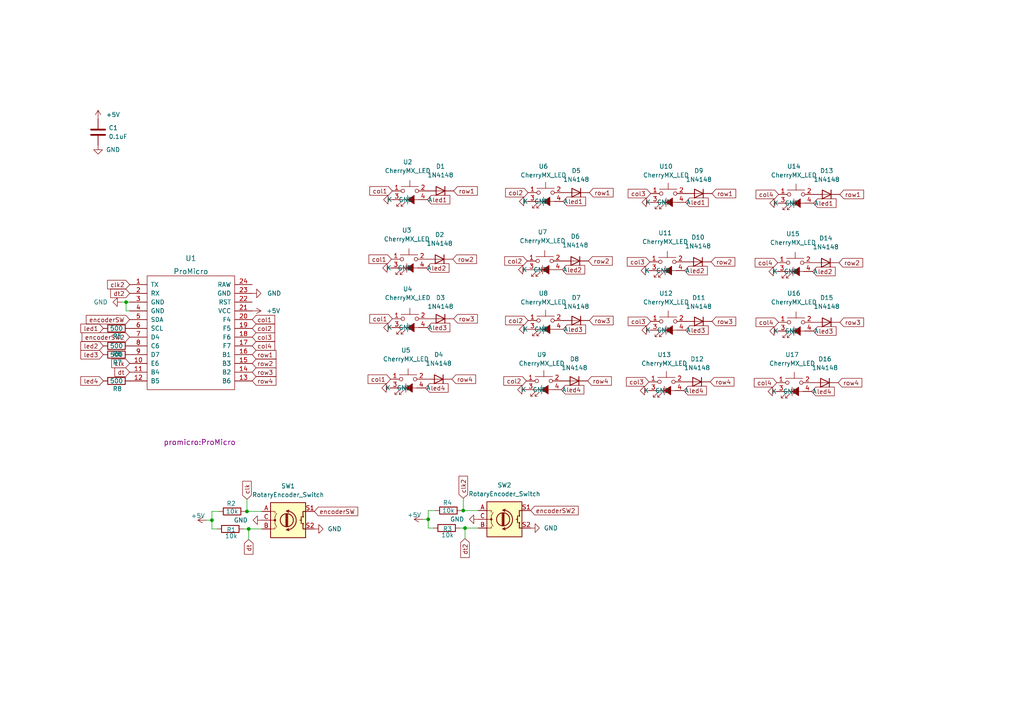
<source format=kicad_sch>
(kicad_sch (version 20211123) (generator eeschema)

  (uuid fd311845-9fb5-4d5d-a9bb-aed486ea7382)

  (paper "A4")

  (lib_symbols
    (symbol "CherryMX:CherryMX_LED" (pin_names (offset -3.9878)) (in_bom yes) (on_board yes)
      (property "Reference" "U" (id 0) (at 2.54 4.445 0)
        (effects (font (size 1.27 1.27)))
      )
      (property "Value" "CherryMX_LED" (id 1) (at 0 -4.445 0)
        (effects (font (size 1.27 1.27)))
      )
      (property "Footprint" "" (id 2) (at 0 0 0)
        (effects (font (size 1.27 1.27)) hide)
      )
      (property "Datasheet" "" (id 3) (at 0 0 0)
        (effects (font (size 1.27 1.27)) hide)
      )
      (symbol "CherryMX_LED_1_1"
        (circle (center -2.032 1.27) (radius 0.508)
          (stroke (width 0) (type default) (color 0 0 0 0))
          (fill (type none))
        )
        (polyline
          (pts
            (xy -3.81 -3.175)
            (xy -2.54 -1.905)
          )
          (stroke (width 0) (type default) (color 0 0 0 0))
          (fill (type none))
        )
        (polyline
          (pts
            (xy -2.54 -3.175)
            (xy -1.27 -1.905)
          )
          (stroke (width 0) (type default) (color 0 0 0 0))
          (fill (type none))
        )
        (polyline
          (pts
            (xy -2.54 -1.27)
            (xy 2.54 -1.27)
          )
          (stroke (width 0) (type default) (color 0 0 0 0))
          (fill (type none))
        )
        (polyline
          (pts
            (xy -0.635 0)
            (xy -0.635 -2.54)
          )
          (stroke (width 0) (type default) (color 0 0 0 0))
          (fill (type none))
        )
        (polyline
          (pts
            (xy 0 2.54)
            (xy 0 4.318)
          )
          (stroke (width 0) (type default) (color 0 0 0 0))
          (fill (type none))
        )
        (polyline
          (pts
            (xy 2.54 2.54)
            (xy -2.54 2.54)
          )
          (stroke (width 0) (type default) (color 0 0 0 0))
          (fill (type none))
        )
        (polyline
          (pts
            (xy -3.81 -2.54)
            (xy -3.81 -3.175)
            (xy -3.175 -3.175)
          )
          (stroke (width 0) (type default) (color 0 0 0 0))
          (fill (type none))
        )
        (polyline
          (pts
            (xy -2.54 -2.54)
            (xy -2.54 -3.175)
            (xy -1.905 -3.175)
          )
          (stroke (width 0) (type default) (color 0 0 0 0))
          (fill (type none))
        )
        (polyline
          (pts
            (xy -0.635 -1.27)
            (xy 1.27 0)
            (xy 1.27 -2.54)
            (xy -0.635 -1.27)
          )
          (stroke (width 0) (type default) (color 0 0 0 0))
          (fill (type outline))
        )
        (circle (center 2.032 1.27) (radius 0.508)
          (stroke (width 0) (type default) (color 0 0 0 0))
          (fill (type none))
        )
        (pin passive line (at -5.08 1.27 0) (length 2.54)
          (name "~" (effects (font (size 1.27 1.27))))
          (number "1" (effects (font (size 1.27 1.27))))
        )
        (pin passive line (at 5.08 1.27 180) (length 2.54)
          (name "~" (effects (font (size 1.27 1.27))))
          (number "2" (effects (font (size 1.27 1.27))))
        )
        (pin passive line (at -5.08 -1.27 0) (length 2.54)
          (name "K" (effects (font (size 1.27 1.27))))
          (number "3" (effects (font (size 1.27 1.27))))
        )
        (pin passive line (at 5.08 -1.27 180) (length 2.54)
          (name "A" (effects (font (size 1.27 1.27))))
          (number "4" (effects (font (size 1.27 1.27))))
        )
      )
    )
    (symbol "Device:C" (pin_numbers hide) (pin_names (offset 0.254)) (in_bom yes) (on_board yes)
      (property "Reference" "C" (id 0) (at 0.635 2.54 0)
        (effects (font (size 1.27 1.27)) (justify left))
      )
      (property "Value" "C" (id 1) (at 0.635 -2.54 0)
        (effects (font (size 1.27 1.27)) (justify left))
      )
      (property "Footprint" "" (id 2) (at 0.9652 -3.81 0)
        (effects (font (size 1.27 1.27)) hide)
      )
      (property "Datasheet" "~" (id 3) (at 0 0 0)
        (effects (font (size 1.27 1.27)) hide)
      )
      (property "ki_keywords" "cap capacitor" (id 4) (at 0 0 0)
        (effects (font (size 1.27 1.27)) hide)
      )
      (property "ki_description" "Unpolarized capacitor" (id 5) (at 0 0 0)
        (effects (font (size 1.27 1.27)) hide)
      )
      (property "ki_fp_filters" "C_*" (id 6) (at 0 0 0)
        (effects (font (size 1.27 1.27)) hide)
      )
      (symbol "C_0_1"
        (polyline
          (pts
            (xy -2.032 -0.762)
            (xy 2.032 -0.762)
          )
          (stroke (width 0.508) (type default) (color 0 0 0 0))
          (fill (type none))
        )
        (polyline
          (pts
            (xy -2.032 0.762)
            (xy 2.032 0.762)
          )
          (stroke (width 0.508) (type default) (color 0 0 0 0))
          (fill (type none))
        )
      )
      (symbol "C_1_1"
        (pin passive line (at 0 3.81 270) (length 2.794)
          (name "~" (effects (font (size 1.27 1.27))))
          (number "1" (effects (font (size 1.27 1.27))))
        )
        (pin passive line (at 0 -3.81 90) (length 2.794)
          (name "~" (effects (font (size 1.27 1.27))))
          (number "2" (effects (font (size 1.27 1.27))))
        )
      )
    )
    (symbol "Device:R" (pin_numbers hide) (pin_names (offset 0)) (in_bom yes) (on_board yes)
      (property "Reference" "R" (id 0) (at 2.032 0 90)
        (effects (font (size 1.27 1.27)))
      )
      (property "Value" "R" (id 1) (at 0 0 90)
        (effects (font (size 1.27 1.27)))
      )
      (property "Footprint" "" (id 2) (at -1.778 0 90)
        (effects (font (size 1.27 1.27)) hide)
      )
      (property "Datasheet" "~" (id 3) (at 0 0 0)
        (effects (font (size 1.27 1.27)) hide)
      )
      (property "ki_keywords" "R res resistor" (id 4) (at 0 0 0)
        (effects (font (size 1.27 1.27)) hide)
      )
      (property "ki_description" "Resistor" (id 5) (at 0 0 0)
        (effects (font (size 1.27 1.27)) hide)
      )
      (property "ki_fp_filters" "R_*" (id 6) (at 0 0 0)
        (effects (font (size 1.27 1.27)) hide)
      )
      (symbol "R_0_1"
        (rectangle (start -1.016 -2.54) (end 1.016 2.54)
          (stroke (width 0.254) (type default) (color 0 0 0 0))
          (fill (type none))
        )
      )
      (symbol "R_1_1"
        (pin passive line (at 0 3.81 270) (length 1.27)
          (name "~" (effects (font (size 1.27 1.27))))
          (number "1" (effects (font (size 1.27 1.27))))
        )
        (pin passive line (at 0 -3.81 90) (length 1.27)
          (name "~" (effects (font (size 1.27 1.27))))
          (number "2" (effects (font (size 1.27 1.27))))
        )
      )
    )
    (symbol "Device:RotaryEncoder_Switch" (pin_names (offset 0.254) hide) (in_bom yes) (on_board yes)
      (property "Reference" "SW" (id 0) (at 0 6.604 0)
        (effects (font (size 1.27 1.27)))
      )
      (property "Value" "RotaryEncoder_Switch" (id 1) (at 0 -6.604 0)
        (effects (font (size 1.27 1.27)))
      )
      (property "Footprint" "" (id 2) (at -3.81 4.064 0)
        (effects (font (size 1.27 1.27)) hide)
      )
      (property "Datasheet" "~" (id 3) (at 0 6.604 0)
        (effects (font (size 1.27 1.27)) hide)
      )
      (property "ki_keywords" "rotary switch encoder switch push button" (id 4) (at 0 0 0)
        (effects (font (size 1.27 1.27)) hide)
      )
      (property "ki_description" "Rotary encoder, dual channel, incremental quadrate outputs, with switch" (id 5) (at 0 0 0)
        (effects (font (size 1.27 1.27)) hide)
      )
      (property "ki_fp_filters" "RotaryEncoder*Switch*" (id 6) (at 0 0 0)
        (effects (font (size 1.27 1.27)) hide)
      )
      (symbol "RotaryEncoder_Switch_0_1"
        (rectangle (start -5.08 5.08) (end 5.08 -5.08)
          (stroke (width 0.254) (type default) (color 0 0 0 0))
          (fill (type background))
        )
        (circle (center -3.81 0) (radius 0.254)
          (stroke (width 0) (type default) (color 0 0 0 0))
          (fill (type outline))
        )
        (arc (start -0.381 -2.794) (mid 2.3622 -0.0635) (end -0.381 2.667)
          (stroke (width 0.254) (type default) (color 0 0 0 0))
          (fill (type none))
        )
        (circle (center -0.381 0) (radius 1.905)
          (stroke (width 0.254) (type default) (color 0 0 0 0))
          (fill (type none))
        )
        (polyline
          (pts
            (xy -0.635 -1.778)
            (xy -0.635 1.778)
          )
          (stroke (width 0.254) (type default) (color 0 0 0 0))
          (fill (type none))
        )
        (polyline
          (pts
            (xy -0.381 -1.778)
            (xy -0.381 1.778)
          )
          (stroke (width 0.254) (type default) (color 0 0 0 0))
          (fill (type none))
        )
        (polyline
          (pts
            (xy -0.127 1.778)
            (xy -0.127 -1.778)
          )
          (stroke (width 0.254) (type default) (color 0 0 0 0))
          (fill (type none))
        )
        (polyline
          (pts
            (xy 3.81 0)
            (xy 3.429 0)
          )
          (stroke (width 0.254) (type default) (color 0 0 0 0))
          (fill (type none))
        )
        (polyline
          (pts
            (xy 3.81 1.016)
            (xy 3.81 -1.016)
          )
          (stroke (width 0.254) (type default) (color 0 0 0 0))
          (fill (type none))
        )
        (polyline
          (pts
            (xy -5.08 -2.54)
            (xy -3.81 -2.54)
            (xy -3.81 -2.032)
          )
          (stroke (width 0) (type default) (color 0 0 0 0))
          (fill (type none))
        )
        (polyline
          (pts
            (xy -5.08 2.54)
            (xy -3.81 2.54)
            (xy -3.81 2.032)
          )
          (stroke (width 0) (type default) (color 0 0 0 0))
          (fill (type none))
        )
        (polyline
          (pts
            (xy 0.254 -3.048)
            (xy -0.508 -2.794)
            (xy 0.127 -2.413)
          )
          (stroke (width 0.254) (type default) (color 0 0 0 0))
          (fill (type none))
        )
        (polyline
          (pts
            (xy 0.254 2.921)
            (xy -0.508 2.667)
            (xy 0.127 2.286)
          )
          (stroke (width 0.254) (type default) (color 0 0 0 0))
          (fill (type none))
        )
        (polyline
          (pts
            (xy 5.08 -2.54)
            (xy 4.318 -2.54)
            (xy 4.318 -1.016)
          )
          (stroke (width 0.254) (type default) (color 0 0 0 0))
          (fill (type none))
        )
        (polyline
          (pts
            (xy 5.08 2.54)
            (xy 4.318 2.54)
            (xy 4.318 1.016)
          )
          (stroke (width 0.254) (type default) (color 0 0 0 0))
          (fill (type none))
        )
        (polyline
          (pts
            (xy -5.08 0)
            (xy -3.81 0)
            (xy -3.81 -1.016)
            (xy -3.302 -2.032)
          )
          (stroke (width 0) (type default) (color 0 0 0 0))
          (fill (type none))
        )
        (polyline
          (pts
            (xy -4.318 0)
            (xy -3.81 0)
            (xy -3.81 1.016)
            (xy -3.302 2.032)
          )
          (stroke (width 0) (type default) (color 0 0 0 0))
          (fill (type none))
        )
        (circle (center 4.318 -1.016) (radius 0.127)
          (stroke (width 0.254) (type default) (color 0 0 0 0))
          (fill (type none))
        )
        (circle (center 4.318 1.016) (radius 0.127)
          (stroke (width 0.254) (type default) (color 0 0 0 0))
          (fill (type none))
        )
      )
      (symbol "RotaryEncoder_Switch_1_1"
        (pin passive line (at -7.62 2.54 0) (length 2.54)
          (name "A" (effects (font (size 1.27 1.27))))
          (number "A" (effects (font (size 1.27 1.27))))
        )
        (pin passive line (at -7.62 -2.54 0) (length 2.54)
          (name "B" (effects (font (size 1.27 1.27))))
          (number "B" (effects (font (size 1.27 1.27))))
        )
        (pin passive line (at -7.62 0 0) (length 2.54)
          (name "C" (effects (font (size 1.27 1.27))))
          (number "C" (effects (font (size 1.27 1.27))))
        )
        (pin passive line (at 7.62 2.54 180) (length 2.54)
          (name "S1" (effects (font (size 1.27 1.27))))
          (number "S1" (effects (font (size 1.27 1.27))))
        )
        (pin passive line (at 7.62 -2.54 180) (length 2.54)
          (name "S2" (effects (font (size 1.27 1.27))))
          (number "S2" (effects (font (size 1.27 1.27))))
        )
      )
    )
    (symbol "Diode:1N4148" (pin_numbers hide) (pin_names (offset 1.016) hide) (in_bom yes) (on_board yes)
      (property "Reference" "D" (id 0) (at 0 2.54 0)
        (effects (font (size 1.27 1.27)))
      )
      (property "Value" "1N4148" (id 1) (at 0 -2.54 0)
        (effects (font (size 1.27 1.27)))
      )
      (property "Footprint" "Diode_THT:D_DO-35_SOD27_P7.62mm_Horizontal" (id 2) (at 0 -4.445 0)
        (effects (font (size 1.27 1.27)) hide)
      )
      (property "Datasheet" "https://assets.nexperia.com/documents/data-sheet/1N4148_1N4448.pdf" (id 3) (at 0 0 0)
        (effects (font (size 1.27 1.27)) hide)
      )
      (property "ki_keywords" "diode" (id 4) (at 0 0 0)
        (effects (font (size 1.27 1.27)) hide)
      )
      (property "ki_description" "100V 0.15A standard switching diode, DO-35" (id 5) (at 0 0 0)
        (effects (font (size 1.27 1.27)) hide)
      )
      (property "ki_fp_filters" "D*DO?35*" (id 6) (at 0 0 0)
        (effects (font (size 1.27 1.27)) hide)
      )
      (symbol "1N4148_0_1"
        (polyline
          (pts
            (xy -1.27 1.27)
            (xy -1.27 -1.27)
          )
          (stroke (width 0.254) (type default) (color 0 0 0 0))
          (fill (type none))
        )
        (polyline
          (pts
            (xy 1.27 0)
            (xy -1.27 0)
          )
          (stroke (width 0) (type default) (color 0 0 0 0))
          (fill (type none))
        )
        (polyline
          (pts
            (xy 1.27 1.27)
            (xy 1.27 -1.27)
            (xy -1.27 0)
            (xy 1.27 1.27)
          )
          (stroke (width 0.254) (type default) (color 0 0 0 0))
          (fill (type none))
        )
      )
      (symbol "1N4148_1_1"
        (pin passive line (at -3.81 0 0) (length 2.54)
          (name "K" (effects (font (size 1.27 1.27))))
          (number "1" (effects (font (size 1.27 1.27))))
        )
        (pin passive line (at 3.81 0 180) (length 2.54)
          (name "A" (effects (font (size 1.27 1.27))))
          (number "2" (effects (font (size 1.27 1.27))))
        )
      )
    )
    (symbol "power:+5V" (power) (pin_names (offset 0)) (in_bom yes) (on_board yes)
      (property "Reference" "#PWR" (id 0) (at 0 -3.81 0)
        (effects (font (size 1.27 1.27)) hide)
      )
      (property "Value" "+5V" (id 1) (at 0 3.556 0)
        (effects (font (size 1.27 1.27)))
      )
      (property "Footprint" "" (id 2) (at 0 0 0)
        (effects (font (size 1.27 1.27)) hide)
      )
      (property "Datasheet" "" (id 3) (at 0 0 0)
        (effects (font (size 1.27 1.27)) hide)
      )
      (property "ki_keywords" "power-flag" (id 4) (at 0 0 0)
        (effects (font (size 1.27 1.27)) hide)
      )
      (property "ki_description" "Power symbol creates a global label with name \"+5V\"" (id 5) (at 0 0 0)
        (effects (font (size 1.27 1.27)) hide)
      )
      (symbol "+5V_0_1"
        (polyline
          (pts
            (xy -0.762 1.27)
            (xy 0 2.54)
          )
          (stroke (width 0) (type default) (color 0 0 0 0))
          (fill (type none))
        )
        (polyline
          (pts
            (xy 0 0)
            (xy 0 2.54)
          )
          (stroke (width 0) (type default) (color 0 0 0 0))
          (fill (type none))
        )
        (polyline
          (pts
            (xy 0 2.54)
            (xy 0.762 1.27)
          )
          (stroke (width 0) (type default) (color 0 0 0 0))
          (fill (type none))
        )
      )
      (symbol "+5V_1_1"
        (pin power_in line (at 0 0 90) (length 0) hide
          (name "+5V" (effects (font (size 1.27 1.27))))
          (number "1" (effects (font (size 1.27 1.27))))
        )
      )
    )
    (symbol "power:GND" (power) (pin_names (offset 0)) (in_bom yes) (on_board yes)
      (property "Reference" "#PWR" (id 0) (at 0 -6.35 0)
        (effects (font (size 1.27 1.27)) hide)
      )
      (property "Value" "GND" (id 1) (at 0 -3.81 0)
        (effects (font (size 1.27 1.27)))
      )
      (property "Footprint" "" (id 2) (at 0 0 0)
        (effects (font (size 1.27 1.27)) hide)
      )
      (property "Datasheet" "" (id 3) (at 0 0 0)
        (effects (font (size 1.27 1.27)) hide)
      )
      (property "ki_keywords" "power-flag" (id 4) (at 0 0 0)
        (effects (font (size 1.27 1.27)) hide)
      )
      (property "ki_description" "Power symbol creates a global label with name \"GND\" , ground" (id 5) (at 0 0 0)
        (effects (font (size 1.27 1.27)) hide)
      )
      (symbol "GND_0_1"
        (polyline
          (pts
            (xy 0 0)
            (xy 0 -1.27)
            (xy 1.27 -1.27)
            (xy 0 -2.54)
            (xy -1.27 -1.27)
            (xy 0 -1.27)
          )
          (stroke (width 0) (type default) (color 0 0 0 0))
          (fill (type none))
        )
      )
      (symbol "GND_1_1"
        (pin power_in line (at 0 0 270) (length 0) hide
          (name "GND" (effects (font (size 1.27 1.27))))
          (number "1" (effects (font (size 1.27 1.27))))
        )
      )
    )
    (symbol "promicro:ProMicro" (pin_names (offset 1.016)) (in_bom yes) (on_board yes)
      (property "Reference" "U" (id 0) (at 0 24.13 0)
        (effects (font (size 1.524 1.524)))
      )
      (property "Value" "ProMicro" (id 1) (at 0 -13.97 0)
        (effects (font (size 1.524 1.524)))
      )
      (property "Footprint" "" (id 2) (at 2.54 -26.67 0)
        (effects (font (size 1.524 1.524)))
      )
      (property "Datasheet" "" (id 3) (at 2.54 -26.67 0)
        (effects (font (size 1.524 1.524)))
      )
      (symbol "ProMicro_0_1"
        (rectangle (start -12.7 21.59) (end 12.7 -11.43)
          (stroke (width 0) (type default) (color 0 0 0 0))
          (fill (type none))
        )
      )
      (symbol "ProMicro_1_1"
        (pin bidirectional line (at -17.78 19.05 0) (length 5.08)
          (name "TX" (effects (font (size 1.27 1.27))))
          (number "1" (effects (font (size 1.27 1.27))))
        )
        (pin bidirectional line (at -17.78 -3.81 0) (length 5.08)
          (name "E6" (effects (font (size 1.27 1.27))))
          (number "10" (effects (font (size 1.27 1.27))))
        )
        (pin bidirectional line (at -17.78 -6.35 0) (length 5.08)
          (name "B4" (effects (font (size 1.27 1.27))))
          (number "11" (effects (font (size 1.27 1.27))))
        )
        (pin bidirectional line (at -17.78 -8.89 0) (length 5.08)
          (name "B5" (effects (font (size 1.27 1.27))))
          (number "12" (effects (font (size 1.27 1.27))))
        )
        (pin bidirectional line (at 17.78 -8.89 180) (length 5.08)
          (name "B6" (effects (font (size 1.27 1.27))))
          (number "13" (effects (font (size 1.27 1.27))))
        )
        (pin bidirectional line (at 17.78 -6.35 180) (length 5.08)
          (name "B2" (effects (font (size 1.27 1.27))))
          (number "14" (effects (font (size 1.27 1.27))))
        )
        (pin bidirectional line (at 17.78 -3.81 180) (length 5.08)
          (name "B3" (effects (font (size 1.27 1.27))))
          (number "15" (effects (font (size 1.27 1.27))))
        )
        (pin bidirectional line (at 17.78 -1.27 180) (length 5.08)
          (name "B1" (effects (font (size 1.27 1.27))))
          (number "16" (effects (font (size 1.27 1.27))))
        )
        (pin bidirectional line (at 17.78 1.27 180) (length 5.08)
          (name "F7" (effects (font (size 1.27 1.27))))
          (number "17" (effects (font (size 1.27 1.27))))
        )
        (pin bidirectional line (at 17.78 3.81 180) (length 5.08)
          (name "F6" (effects (font (size 1.27 1.27))))
          (number "18" (effects (font (size 1.27 1.27))))
        )
        (pin bidirectional line (at 17.78 6.35 180) (length 5.08)
          (name "F5" (effects (font (size 1.27 1.27))))
          (number "19" (effects (font (size 1.27 1.27))))
        )
        (pin bidirectional line (at -17.78 16.51 0) (length 5.08)
          (name "RX" (effects (font (size 1.27 1.27))))
          (number "2" (effects (font (size 1.27 1.27))))
        )
        (pin bidirectional line (at 17.78 8.89 180) (length 5.08)
          (name "F4" (effects (font (size 1.27 1.27))))
          (number "20" (effects (font (size 1.27 1.27))))
        )
        (pin power_in line (at 17.78 11.43 180) (length 5.08)
          (name "VCC" (effects (font (size 1.27 1.27))))
          (number "21" (effects (font (size 1.27 1.27))))
        )
        (pin input line (at 17.78 13.97 180) (length 5.08)
          (name "RST" (effects (font (size 1.27 1.27))))
          (number "22" (effects (font (size 1.27 1.27))))
        )
        (pin power_in line (at 17.78 16.51 180) (length 5.08)
          (name "GND" (effects (font (size 1.27 1.27))))
          (number "23" (effects (font (size 1.27 1.27))))
        )
        (pin power_out line (at 17.78 19.05 180) (length 5.08)
          (name "RAW" (effects (font (size 1.27 1.27))))
          (number "24" (effects (font (size 1.27 1.27))))
        )
        (pin power_in line (at -17.78 13.97 0) (length 5.08)
          (name "GND" (effects (font (size 1.27 1.27))))
          (number "3" (effects (font (size 1.27 1.27))))
        )
        (pin power_in line (at -17.78 11.43 0) (length 5.08)
          (name "GND" (effects (font (size 1.27 1.27))))
          (number "4" (effects (font (size 1.27 1.27))))
        )
        (pin bidirectional line (at -17.78 8.89 0) (length 5.08)
          (name "SDA" (effects (font (size 1.27 1.27))))
          (number "5" (effects (font (size 1.27 1.27))))
        )
        (pin bidirectional line (at -17.78 6.35 0) (length 5.08)
          (name "SCL" (effects (font (size 1.27 1.27))))
          (number "6" (effects (font (size 1.27 1.27))))
        )
        (pin bidirectional line (at -17.78 3.81 0) (length 5.08)
          (name "D4" (effects (font (size 1.27 1.27))))
          (number "7" (effects (font (size 1.27 1.27))))
        )
        (pin bidirectional line (at -17.78 1.27 0) (length 5.08)
          (name "C6" (effects (font (size 1.27 1.27))))
          (number "8" (effects (font (size 1.27 1.27))))
        )
        (pin bidirectional line (at -17.78 -1.27 0) (length 5.08)
          (name "D7" (effects (font (size 1.27 1.27))))
          (number "9" (effects (font (size 1.27 1.27))))
        )
      )
    )
  )

  (junction (at 71.628 148.336) (diameter 0) (color 0 0 0 0)
    (uuid 24c66867-8a05-4599-8afe-ecd22dd6c2c3)
  )
  (junction (at 134.874 153.162) (diameter 0) (color 0 0 0 0)
    (uuid 29e25610-47fc-46b9-9152-34279c351f7a)
  )
  (junction (at 61.468 150.876) (diameter 0) (color 0 0 0 0)
    (uuid 33e355ad-c009-40c6-95be-a9839792d97c)
  )
  (junction (at 72.136 153.416) (diameter 0) (color 0 0 0 0)
    (uuid 4df3d715-b019-42fc-bbe2-1579f2b064a4)
  )
  (junction (at 134.366 148.082) (diameter 0) (color 0 0 0 0)
    (uuid 8f75c9f7-fe5e-4d47-9def-8338c6301b64)
  )
  (junction (at 124.206 150.622) (diameter 0) (color 0 0 0 0)
    (uuid 9bcf609e-b90f-4063-95dc-9c64342a386f)
  )
  (junction (at 36.576 87.63) (diameter 0) (color 0 0 0 0)
    (uuid f6e8d485-8b28-4330-a68e-7b381fda6992)
  )

  (wire (pts (xy 35.306 87.63) (xy 36.576 87.63))
    (stroke (width 0) (type default) (color 0 0 0 0))
    (uuid 067536f0-a65b-49d4-a01f-c90c2a820f77)
  )
  (wire (pts (xy 122.682 150.622) (xy 124.206 150.622))
    (stroke (width 0) (type default) (color 0 0 0 0))
    (uuid 091eaad2-a481-49c7-99c0-349d04390208)
  )
  (wire (pts (xy 134.874 153.162) (xy 138.684 153.162))
    (stroke (width 0) (type default) (color 0 0 0 0))
    (uuid 11545b54-5a12-4392-bcb0-86ec47fbd106)
  )
  (wire (pts (xy 134.874 153.162) (xy 134.874 156.21))
    (stroke (width 0) (type default) (color 0 0 0 0))
    (uuid 1d37a4c2-953f-45ab-9b3f-9acb34d46410)
  )
  (wire (pts (xy 61.468 153.416) (xy 62.992 153.416))
    (stroke (width 0) (type default) (color 0 0 0 0))
    (uuid 2e5b2742-2a9a-4ed1-8009-caf6e3b847ee)
  )
  (wire (pts (xy 71.12 148.336) (xy 71.628 148.336))
    (stroke (width 0) (type default) (color 0 0 0 0))
    (uuid 36f76e64-cbcf-45d5-91a4-178fb8bc16b0)
  )
  (wire (pts (xy 71.628 144.78) (xy 71.628 148.336))
    (stroke (width 0) (type default) (color 0 0 0 0))
    (uuid 3ce40db3-4727-465d-b424-ccc61afc7bca)
  )
  (wire (pts (xy 133.858 148.082) (xy 134.366 148.082))
    (stroke (width 0) (type default) (color 0 0 0 0))
    (uuid 3d4ec729-02be-4bdd-9972-5da3273c7c9c)
  )
  (wire (pts (xy 61.468 148.336) (xy 63.5 148.336))
    (stroke (width 0) (type default) (color 0 0 0 0))
    (uuid 47acba16-5032-4219-b5fe-26ba15340670)
  )
  (wire (pts (xy 71.628 148.336) (xy 75.946 148.336))
    (stroke (width 0) (type default) (color 0 0 0 0))
    (uuid 4aa3cb45-6b56-4287-ae48-c332755e4ee5)
  )
  (wire (pts (xy 61.468 148.336) (xy 61.468 150.876))
    (stroke (width 0) (type default) (color 0 0 0 0))
    (uuid 50e211e0-0f04-45c5-bc47-eac565c72a38)
  )
  (wire (pts (xy 72.136 153.416) (xy 72.136 156.464))
    (stroke (width 0) (type default) (color 0 0 0 0))
    (uuid 54eff440-c642-463b-aae1-3efeb49627d2)
  )
  (wire (pts (xy 124.206 148.082) (xy 126.238 148.082))
    (stroke (width 0) (type default) (color 0 0 0 0))
    (uuid 5b3e5b4f-5ce6-4c74-8c84-cf933244bd30)
  )
  (wire (pts (xy 72.136 153.416) (xy 75.946 153.416))
    (stroke (width 0) (type default) (color 0 0 0 0))
    (uuid 619fffa3-747a-48b2-a70e-ca44f7cab596)
  )
  (wire (pts (xy 134.366 144.526) (xy 134.366 148.082))
    (stroke (width 0) (type default) (color 0 0 0 0))
    (uuid 640bd502-d895-424c-8932-8ffe795a3c95)
  )
  (wire (pts (xy 61.468 153.416) (xy 61.468 150.876))
    (stroke (width 0) (type default) (color 0 0 0 0))
    (uuid 6703045f-520f-42f5-b6aa-bad1f370e286)
  )
  (wire (pts (xy 70.612 153.416) (xy 72.136 153.416))
    (stroke (width 0) (type default) (color 0 0 0 0))
    (uuid 7d178fab-a20b-43c5-b3d5-8fb17e7d08a1)
  )
  (wire (pts (xy 37.592 90.17) (xy 36.576 90.17))
    (stroke (width 0) (type default) (color 0 0 0 0))
    (uuid 81078043-9966-47f7-80eb-79185bf5d670)
  )
  (wire (pts (xy 134.366 148.082) (xy 138.684 148.082))
    (stroke (width 0) (type default) (color 0 0 0 0))
    (uuid 81bf77f2-7622-4789-96ed-01882cab29bf)
  )
  (wire (pts (xy 36.576 87.63) (xy 37.592 87.63))
    (stroke (width 0) (type default) (color 0 0 0 0))
    (uuid 85d34918-2060-4ee7-9480-11a01a682582)
  )
  (wire (pts (xy 124.206 148.082) (xy 124.206 150.622))
    (stroke (width 0) (type default) (color 0 0 0 0))
    (uuid 8ba16ef7-38d4-4250-a7b7-357f14a375ac)
  )
  (wire (pts (xy 133.35 153.162) (xy 134.874 153.162))
    (stroke (width 0) (type default) (color 0 0 0 0))
    (uuid 93214caa-73b4-48fd-a2c2-2739aaa52f06)
  )
  (wire (pts (xy 36.576 90.17) (xy 36.576 87.63))
    (stroke (width 0) (type default) (color 0 0 0 0))
    (uuid b2100657-1a62-4429-a169-750fbf7a9e2d)
  )
  (wire (pts (xy 59.944 150.876) (xy 61.468 150.876))
    (stroke (width 0) (type default) (color 0 0 0 0))
    (uuid f975e8d0-ba7c-4f37-83fb-57944dbe3050)
  )
  (wire (pts (xy 124.206 153.162) (xy 124.206 150.622))
    (stroke (width 0) (type default) (color 0 0 0 0))
    (uuid fbf9733c-0823-4aa4-91a9-b10413d81dfc)
  )
  (wire (pts (xy 124.206 153.162) (xy 125.73 153.162))
    (stroke (width 0) (type default) (color 0 0 0 0))
    (uuid fd389af3-ce5a-4a1c-ab0b-0b197ac6e6a6)
  )

  (global_label "clk2" (shape input) (at 134.366 144.526 90) (fields_autoplaced)
    (effects (font (size 1.27 1.27)) (justify left))
    (uuid 03b1fadb-ef8d-49ef-ae7c-c1d022ecc440)
    (property "Intersheet References" "${INTERSHEET_REFS}" (id 0) (at 134.2866 138.1215 90)
      (effects (font (size 1.27 1.27)) (justify left) hide)
    )
  )
  (global_label "encoderSW2" (shape input) (at 153.924 148.082 0) (fields_autoplaced)
    (effects (font (size 1.27 1.27)) (justify left))
    (uuid 0607ce35-7278-427b-83c2-86a6360c6716)
    (property "Intersheet References" "${INTERSHEET_REFS}" (id 0) (at 167.7066 148.0026 0)
      (effects (font (size 1.27 1.27)) (justify left) hide)
    )
  )
  (global_label "row2" (shape input) (at 73.152 105.41 0) (fields_autoplaced)
    (effects (font (size 1.27 1.27)) (justify left))
    (uuid 07abee2e-cfed-4413-b34e-a7f415a92174)
    (property "Intersheet References" "${INTERSHEET_REFS}" (id 0) (at 80.0403 105.3306 0)
      (effects (font (size 1.27 1.27)) (justify left) hide)
    )
  )
  (global_label "row1" (shape input) (at 73.152 102.87 0) (fields_autoplaced)
    (effects (font (size 1.27 1.27)) (justify left))
    (uuid 0b219d7b-46b8-4059-a8eb-eb1cb7911d6c)
    (property "Intersheet References" "${INTERSHEET_REFS}" (id 0) (at 80.0403 102.9494 0)
      (effects (font (size 1.27 1.27)) (justify left) hide)
    )
  )
  (global_label "row1" (shape input) (at 170.942 55.88 0) (fields_autoplaced)
    (effects (font (size 1.27 1.27)) (justify left))
    (uuid 1037d5cb-f16b-4db9-9925-294f912583d8)
    (property "Intersheet References" "${INTERSHEET_REFS}" (id 0) (at 177.8303 55.9594 0)
      (effects (font (size 1.27 1.27)) (justify left) hide)
    )
  )
  (global_label "led1" (shape input) (at 29.972 95.25 180) (fields_autoplaced)
    (effects (font (size 1.27 1.27)) (justify right))
    (uuid 1046074b-6ffe-4983-bfc0-00c46903a977)
    (property "Intersheet References" "${INTERSHEET_REFS}" (id 0) (at 23.4465 95.1706 0)
      (effects (font (size 1.27 1.27)) (justify right) hide)
    )
  )
  (global_label "col3" (shape input) (at 188.722 56.134 180) (fields_autoplaced)
    (effects (font (size 1.27 1.27)) (justify right))
    (uuid 1152df27-3929-45b7-90d9-08aea09cffb0)
    (property "Intersheet References" "${INTERSHEET_REFS}" (id 0) (at 182.1965 56.0546 0)
      (effects (font (size 1.27 1.27)) (justify right) hide)
    )
  )
  (global_label "row2" (shape input) (at 206.248 75.946 0) (fields_autoplaced)
    (effects (font (size 1.27 1.27)) (justify left))
    (uuid 20f68f40-0377-49cc-bac3-be2eb04b584d)
    (property "Intersheet References" "${INTERSHEET_REFS}" (id 0) (at 213.1363 75.8666 0)
      (effects (font (size 1.27 1.27)) (justify left) hide)
    )
  )
  (global_label "col2" (shape input) (at 153.162 55.88 180) (fields_autoplaced)
    (effects (font (size 1.27 1.27)) (justify right))
    (uuid 24d1315b-a627-424c-8464-f961d0456ed9)
    (property "Intersheet References" "${INTERSHEET_REFS}" (id 0) (at 146.6365 55.8006 0)
      (effects (font (size 1.27 1.27)) (justify right) hide)
    )
  )
  (global_label "led1" (shape input) (at 198.882 58.674 0) (fields_autoplaced)
    (effects (font (size 1.27 1.27)) (justify left))
    (uuid 24d30bd0-620d-4225-9cdf-f4dc4554a742)
    (property "Intersheet References" "${INTERSHEET_REFS}" (id 0) (at 205.4075 58.7534 0)
      (effects (font (size 1.27 1.27)) (justify left) hide)
    )
  )
  (global_label "dt" (shape input) (at 37.592 107.95 180) (fields_autoplaced)
    (effects (font (size 1.27 1.27)) (justify right))
    (uuid 2b619d1e-2235-4857-bcf2-3a40116b2cb6)
    (property "Intersheet References" "${INTERSHEET_REFS}" (id 0) (at 33.3041 107.8706 0)
      (effects (font (size 1.27 1.27)) (justify right) hide)
    )
  )
  (global_label "led3" (shape input) (at 198.882 95.758 0) (fields_autoplaced)
    (effects (font (size 1.27 1.27)) (justify left))
    (uuid 2b83e26d-ef28-45ef-bd10-c97206ca2a18)
    (property "Intersheet References" "${INTERSHEET_REFS}" (id 0) (at 205.4075 95.6786 0)
      (effects (font (size 1.27 1.27)) (justify left) hide)
    )
  )
  (global_label "encoderSW" (shape input) (at 91.186 148.336 0) (fields_autoplaced)
    (effects (font (size 1.27 1.27)) (justify left))
    (uuid 30054bf6-e5ad-467b-814c-527c3741b61e)
    (property "Intersheet References" "${INTERSHEET_REFS}" (id 0) (at 103.7591 148.2566 0)
      (effects (font (size 1.27 1.27)) (justify left) hide)
    )
  )
  (global_label "led2" (shape input) (at 235.712 78.74 0) (fields_autoplaced)
    (effects (font (size 1.27 1.27)) (justify left))
    (uuid 304be8e3-8568-4de2-bd8c-2b48bf9464ce)
    (property "Intersheet References" "${INTERSHEET_REFS}" (id 0) (at 242.2375 78.6606 0)
      (effects (font (size 1.27 1.27)) (justify left) hide)
    )
  )
  (global_label "clk" (shape input) (at 71.628 144.78 90) (fields_autoplaced)
    (effects (font (size 1.27 1.27)) (justify left))
    (uuid 37805254-eeeb-41fa-b5f8-ab692f5acc52)
    (property "Intersheet References" "${INTERSHEET_REFS}" (id 0) (at 71.5486 139.585 90)
      (effects (font (size 1.27 1.27)) (justify left) hide)
    )
  )
  (global_label "row3" (shape input) (at 206.502 93.218 0) (fields_autoplaced)
    (effects (font (size 1.27 1.27)) (justify left))
    (uuid 3a50b15c-af60-42e5-9b70-efed94aed44d)
    (property "Intersheet References" "${INTERSHEET_REFS}" (id 0) (at 213.3903 93.1386 0)
      (effects (font (size 1.27 1.27)) (justify left) hide)
    )
  )
  (global_label "led3" (shape input) (at 235.966 96.012 0) (fields_autoplaced)
    (effects (font (size 1.27 1.27)) (justify left))
    (uuid 3bf90d9e-16b7-447a-8734-7c874a7f6356)
    (property "Intersheet References" "${INTERSHEET_REFS}" (id 0) (at 242.4915 95.9326 0)
      (effects (font (size 1.27 1.27)) (justify left) hide)
    )
  )
  (global_label "row2" (shape input) (at 170.688 75.692 0) (fields_autoplaced)
    (effects (font (size 1.27 1.27)) (justify left))
    (uuid 41ad1c78-e4a4-42bb-9bbe-8b071e5c0169)
    (property "Intersheet References" "${INTERSHEET_REFS}" (id 0) (at 177.5763 75.6126 0)
      (effects (font (size 1.27 1.27)) (justify left) hide)
    )
  )
  (global_label "col4" (shape input) (at 225.806 93.472 180) (fields_autoplaced)
    (effects (font (size 1.27 1.27)) (justify right))
    (uuid 4384777b-234f-447e-a2d7-f75ca8fcff64)
    (property "Intersheet References" "${INTERSHEET_REFS}" (id 0) (at 219.2805 93.3926 0)
      (effects (font (size 1.27 1.27)) (justify right) hide)
    )
  )
  (global_label "clk" (shape input) (at 37.592 105.41 180) (fields_autoplaced)
    (effects (font (size 1.27 1.27)) (justify right))
    (uuid 5210e1bc-9d85-4082-be30-5df9fb356137)
    (property "Intersheet References" "${INTERSHEET_REFS}" (id 0) (at 32.397 105.4894 0)
      (effects (font (size 1.27 1.27)) (justify right) hide)
    )
  )
  (global_label "dt2" (shape input) (at 37.592 85.09 180) (fields_autoplaced)
    (effects (font (size 1.27 1.27)) (justify right))
    (uuid 54ddfcc2-3dfe-41f7-aea6-3ba7bf06665e)
    (property "Intersheet References" "${INTERSHEET_REFS}" (id 0) (at 32.0946 85.0106 0)
      (effects (font (size 1.27 1.27)) (justify right) hide)
    )
  )
  (global_label "row1" (shape input) (at 131.572 55.372 0) (fields_autoplaced)
    (effects (font (size 1.27 1.27)) (justify left))
    (uuid 55943513-625e-4f62-ab1b-09301e9f07f3)
    (property "Intersheet References" "${INTERSHEET_REFS}" (id 0) (at 138.4603 55.4514 0)
      (effects (font (size 1.27 1.27)) (justify left) hide)
    )
  )
  (global_label "led4" (shape input) (at 29.972 110.49 180) (fields_autoplaced)
    (effects (font (size 1.27 1.27)) (justify right))
    (uuid 55d3b46d-6d92-44ac-9d22-561d1eb7556d)
    (property "Intersheet References" "${INTERSHEET_REFS}" (id 0) (at 23.4465 110.4106 0)
      (effects (font (size 1.27 1.27)) (justify right) hide)
    )
  )
  (global_label "led4" (shape input) (at 123.444 112.522 0) (fields_autoplaced)
    (effects (font (size 1.27 1.27)) (justify left))
    (uuid 56d3b62a-1ebf-4e13-b8a1-2c403d0824ee)
    (property "Intersheet References" "${INTERSHEET_REFS}" (id 0) (at 129.9695 112.4426 0)
      (effects (font (size 1.27 1.27)) (justify left) hide)
    )
  )
  (global_label "led4" (shape input) (at 162.814 113.03 0) (fields_autoplaced)
    (effects (font (size 1.27 1.27)) (justify left))
    (uuid 6129d10f-fb6e-4508-8968-7a856b259a0b)
    (property "Intersheet References" "${INTERSHEET_REFS}" (id 0) (at 169.3395 112.9506 0)
      (effects (font (size 1.27 1.27)) (justify left) hide)
    )
  )
  (global_label "led2" (shape input) (at 29.972 100.33 180) (fields_autoplaced)
    (effects (font (size 1.27 1.27)) (justify right))
    (uuid 6feb52a3-94e6-47ab-b036-fbd4f58bff86)
    (property "Intersheet References" "${INTERSHEET_REFS}" (id 0) (at 23.4465 100.2506 0)
      (effects (font (size 1.27 1.27)) (justify right) hide)
    )
  )
  (global_label "row4" (shape input) (at 131.064 109.982 0) (fields_autoplaced)
    (effects (font (size 1.27 1.27)) (justify left))
    (uuid 72a47507-f048-4984-9df4-55e3108d729c)
    (property "Intersheet References" "${INTERSHEET_REFS}" (id 0) (at 137.9523 109.9026 0)
      (effects (font (size 1.27 1.27)) (justify left) hide)
    )
  )
  (global_label "row3" (shape input) (at 243.586 93.472 0) (fields_autoplaced)
    (effects (font (size 1.27 1.27)) (justify left))
    (uuid 7592492f-75e6-4b15-a61b-22b839603604)
    (property "Intersheet References" "${INTERSHEET_REFS}" (id 0) (at 250.4743 93.3926 0)
      (effects (font (size 1.27 1.27)) (justify left) hide)
    )
  )
  (global_label "col4" (shape input) (at 73.152 100.33 0) (fields_autoplaced)
    (effects (font (size 1.27 1.27)) (justify left))
    (uuid 760e3d4a-7709-4dc6-a927-cf958032fda8)
    (property "Intersheet References" "${INTERSHEET_REFS}" (id 0) (at 79.6775 100.4094 0)
      (effects (font (size 1.27 1.27)) (justify left) hide)
    )
  )
  (global_label "col3" (shape input) (at 188.468 75.946 180) (fields_autoplaced)
    (effects (font (size 1.27 1.27)) (justify right))
    (uuid 76b8bde6-a353-40ea-a04a-73b999635a45)
    (property "Intersheet References" "${INTERSHEET_REFS}" (id 0) (at 181.9425 75.8666 0)
      (effects (font (size 1.27 1.27)) (justify right) hide)
    )
  )
  (global_label "led2" (shape input) (at 123.698 77.724 0) (fields_autoplaced)
    (effects (font (size 1.27 1.27)) (justify left))
    (uuid 78f12b2f-04cc-466d-adbe-66b6375e8d4e)
    (property "Intersheet References" "${INTERSHEET_REFS}" (id 0) (at 130.2235 77.6446 0)
      (effects (font (size 1.27 1.27)) (justify left) hide)
    )
  )
  (global_label "col2" (shape input) (at 73.152 95.25 0) (fields_autoplaced)
    (effects (font (size 1.27 1.27)) (justify left))
    (uuid 791cdd6a-4c1a-42c0-b8d2-ef0571cd3eae)
    (property "Intersheet References" "${INTERSHEET_REFS}" (id 0) (at 79.6775 95.3294 0)
      (effects (font (size 1.27 1.27)) (justify left) hide)
    )
  )
  (global_label "led3" (shape input) (at 29.972 102.87 180) (fields_autoplaced)
    (effects (font (size 1.27 1.27)) (justify right))
    (uuid 7f4530d6-02fa-49ad-8e32-82386d3590a5)
    (property "Intersheet References" "${INTERSHEET_REFS}" (id 0) (at 23.4465 102.7906 0)
      (effects (font (size 1.27 1.27)) (justify right) hide)
    )
  )
  (global_label "led1" (shape input) (at 163.322 58.42 0) (fields_autoplaced)
    (effects (font (size 1.27 1.27)) (justify left))
    (uuid 83123563-bc94-4a46-b348-128ba0561a83)
    (property "Intersheet References" "${INTERSHEET_REFS}" (id 0) (at 169.8475 58.4994 0)
      (effects (font (size 1.27 1.27)) (justify left) hide)
    )
  )
  (global_label "led4" (shape input) (at 235.458 113.538 0) (fields_autoplaced)
    (effects (font (size 1.27 1.27)) (justify left))
    (uuid 8a3b0bf1-5de5-4396-802c-49b24aaeb9ee)
    (property "Intersheet References" "${INTERSHEET_REFS}" (id 0) (at 241.9835 113.4586 0)
      (effects (font (size 1.27 1.27)) (justify left) hide)
    )
  )
  (global_label "led3" (shape input) (at 123.952 94.996 0) (fields_autoplaced)
    (effects (font (size 1.27 1.27)) (justify left))
    (uuid 8c4e6edf-7571-4514-a6be-f99ae582feca)
    (property "Intersheet References" "${INTERSHEET_REFS}" (id 0) (at 130.4775 94.9166 0)
      (effects (font (size 1.27 1.27)) (justify left) hide)
    )
  )
  (global_label "clk2" (shape input) (at 37.592 82.55 180) (fields_autoplaced)
    (effects (font (size 1.27 1.27)) (justify right))
    (uuid 8d1f8711-6f2d-423d-b472-ceffc4cbe9d7)
    (property "Intersheet References" "${INTERSHEET_REFS}" (id 0) (at 31.1875 82.6294 0)
      (effects (font (size 1.27 1.27)) (justify right) hide)
    )
  )
  (global_label "dt2" (shape input) (at 134.874 156.21 270) (fields_autoplaced)
    (effects (font (size 1.27 1.27)) (justify right))
    (uuid 8d2a442d-fd42-465d-9400-60d78a7ae229)
    (property "Intersheet References" "${INTERSHEET_REFS}" (id 0) (at 134.7946 161.7074 90)
      (effects (font (size 1.27 1.27)) (justify right) hide)
    )
  )
  (global_label "col2" (shape input) (at 153.162 92.964 180) (fields_autoplaced)
    (effects (font (size 1.27 1.27)) (justify right))
    (uuid 936d538d-574f-4bf6-ba7e-c923dbe3c4c8)
    (property "Intersheet References" "${INTERSHEET_REFS}" (id 0) (at 146.6365 92.8846 0)
      (effects (font (size 1.27 1.27)) (justify right) hide)
    )
  )
  (global_label "encoderSW" (shape input) (at 37.592 92.71 180) (fields_autoplaced)
    (effects (font (size 1.27 1.27)) (justify right))
    (uuid 997dbb63-9941-4de7-9285-0758378fcb68)
    (property "Intersheet References" "${INTERSHEET_REFS}" (id 0) (at 25.0189 92.7894 0)
      (effects (font (size 1.27 1.27)) (justify right) hide)
    )
  )
  (global_label "row1" (shape input) (at 243.586 56.388 0) (fields_autoplaced)
    (effects (font (size 1.27 1.27)) (justify left))
    (uuid 9b6cda01-55e3-4e91-89e7-57d736cb48ca)
    (property "Intersheet References" "${INTERSHEET_REFS}" (id 0) (at 250.4743 56.4674 0)
      (effects (font (size 1.27 1.27)) (justify left) hide)
    )
  )
  (global_label "led1" (shape input) (at 235.966 58.928 0) (fields_autoplaced)
    (effects (font (size 1.27 1.27)) (justify left))
    (uuid 9bfa76c7-063f-4839-9bdd-6adcf751e39d)
    (property "Intersheet References" "${INTERSHEET_REFS}" (id 0) (at 242.4915 59.0074 0)
      (effects (font (size 1.27 1.27)) (justify left) hide)
    )
  )
  (global_label "led2" (shape input) (at 163.068 78.232 0) (fields_autoplaced)
    (effects (font (size 1.27 1.27)) (justify left))
    (uuid 9fe41ff2-e5b4-4981-a9df-d1e890f95eba)
    (property "Intersheet References" "${INTERSHEET_REFS}" (id 0) (at 169.5935 78.1526 0)
      (effects (font (size 1.27 1.27)) (justify left) hide)
    )
  )
  (global_label "col2" (shape input) (at 152.908 75.692 180) (fields_autoplaced)
    (effects (font (size 1.27 1.27)) (justify right))
    (uuid a454f33b-480d-4004-95ec-8d94684ad2f5)
    (property "Intersheet References" "${INTERSHEET_REFS}" (id 0) (at 146.3825 75.6126 0)
      (effects (font (size 1.27 1.27)) (justify right) hide)
    )
  )
  (global_label "col4" (shape input) (at 225.298 110.998 180) (fields_autoplaced)
    (effects (font (size 1.27 1.27)) (justify right))
    (uuid a51bf651-e296-46ad-b7ab-f476f32b634d)
    (property "Intersheet References" "${INTERSHEET_REFS}" (id 0) (at 218.7725 110.9186 0)
      (effects (font (size 1.27 1.27)) (justify right) hide)
    )
  )
  (global_label "encoderSW2" (shape input) (at 37.592 97.79 180) (fields_autoplaced)
    (effects (font (size 1.27 1.27)) (justify right))
    (uuid a6547f93-ae7b-49d5-9cd3-db1bd4fe750a)
    (property "Intersheet References" "${INTERSHEET_REFS}" (id 0) (at 23.8094 97.8694 0)
      (effects (font (size 1.27 1.27)) (justify right) hide)
    )
  )
  (global_label "col2" (shape input) (at 152.654 110.49 180) (fields_autoplaced)
    (effects (font (size 1.27 1.27)) (justify right))
    (uuid a7f82543-4f4a-4e0b-b75b-3e239047b975)
    (property "Intersheet References" "${INTERSHEET_REFS}" (id 0) (at 146.1285 110.4106 0)
      (effects (font (size 1.27 1.27)) (justify right) hide)
    )
  )
  (global_label "col4" (shape input) (at 225.806 56.388 180) (fields_autoplaced)
    (effects (font (size 1.27 1.27)) (justify right))
    (uuid aea96ceb-6559-4451-bd9e-21197b59c4c4)
    (property "Intersheet References" "${INTERSHEET_REFS}" (id 0) (at 219.2805 56.3086 0)
      (effects (font (size 1.27 1.27)) (justify right) hide)
    )
  )
  (global_label "row1" (shape input) (at 206.502 56.134 0) (fields_autoplaced)
    (effects (font (size 1.27 1.27)) (justify left))
    (uuid b1251dfd-ccc0-482d-b294-b29cbc36c5d3)
    (property "Intersheet References" "${INTERSHEET_REFS}" (id 0) (at 213.3903 56.2134 0)
      (effects (font (size 1.27 1.27)) (justify left) hide)
    )
  )
  (global_label "col4" (shape input) (at 225.552 76.2 180) (fields_autoplaced)
    (effects (font (size 1.27 1.27)) (justify right))
    (uuid b42e5542-c063-4331-9af9-0358b88add90)
    (property "Intersheet References" "${INTERSHEET_REFS}" (id 0) (at 219.0265 76.1206 0)
      (effects (font (size 1.27 1.27)) (justify right) hide)
    )
  )
  (global_label "col3" (shape input) (at 188.214 110.744 180) (fields_autoplaced)
    (effects (font (size 1.27 1.27)) (justify right))
    (uuid b5a0cfc1-a146-4135-b188-cfb5a64c5253)
    (property "Intersheet References" "${INTERSHEET_REFS}" (id 0) (at 181.6885 110.6646 0)
      (effects (font (size 1.27 1.27)) (justify right) hide)
    )
  )
  (global_label "col3" (shape input) (at 73.152 97.79 0) (fields_autoplaced)
    (effects (font (size 1.27 1.27)) (justify left))
    (uuid b70900ed-d744-4c78-a19f-643a141f176f)
    (property "Intersheet References" "${INTERSHEET_REFS}" (id 0) (at 79.6775 97.8694 0)
      (effects (font (size 1.27 1.27)) (justify left) hide)
    )
  )
  (global_label "led4" (shape input) (at 198.374 113.284 0) (fields_autoplaced)
    (effects (font (size 1.27 1.27)) (justify left))
    (uuid bdc3a1ba-1af2-4a64-b4f1-3e71b95d2ec4)
    (property "Intersheet References" "${INTERSHEET_REFS}" (id 0) (at 204.8995 113.2046 0)
      (effects (font (size 1.27 1.27)) (justify left) hide)
    )
  )
  (global_label "row4" (shape input) (at 243.078 110.998 0) (fields_autoplaced)
    (effects (font (size 1.27 1.27)) (justify left))
    (uuid c0fa8549-2450-4849-ad07-36dd7cfdb093)
    (property "Intersheet References" "${INTERSHEET_REFS}" (id 0) (at 249.9663 110.9186 0)
      (effects (font (size 1.27 1.27)) (justify left) hide)
    )
  )
  (global_label "col1" (shape input) (at 113.792 92.456 180) (fields_autoplaced)
    (effects (font (size 1.27 1.27)) (justify right))
    (uuid c58fc334-83b6-4d2e-8e74-675ec6c4c6b7)
    (property "Intersheet References" "${INTERSHEET_REFS}" (id 0) (at 107.2665 92.3766 0)
      (effects (font (size 1.27 1.27)) (justify right) hide)
    )
  )
  (global_label "row4" (shape input) (at 73.152 110.49 0) (fields_autoplaced)
    (effects (font (size 1.27 1.27)) (justify left))
    (uuid c62513d3-1230-4a27-ac93-aed021ade280)
    (property "Intersheet References" "${INTERSHEET_REFS}" (id 0) (at 80.0403 110.4106 0)
      (effects (font (size 1.27 1.27)) (justify left) hide)
    )
  )
  (global_label "led2" (shape input) (at 198.628 78.486 0) (fields_autoplaced)
    (effects (font (size 1.27 1.27)) (justify left))
    (uuid c8fe5806-1f02-4a49-8281-1e1247bb8e0c)
    (property "Intersheet References" "${INTERSHEET_REFS}" (id 0) (at 205.1535 78.4066 0)
      (effects (font (size 1.27 1.27)) (justify left) hide)
    )
  )
  (global_label "row3" (shape input) (at 131.572 92.456 0) (fields_autoplaced)
    (effects (font (size 1.27 1.27)) (justify left))
    (uuid d27bf407-5e00-4325-8614-c206adf7645d)
    (property "Intersheet References" "${INTERSHEET_REFS}" (id 0) (at 138.4603 92.3766 0)
      (effects (font (size 1.27 1.27)) (justify left) hide)
    )
  )
  (global_label "dt" (shape input) (at 72.136 156.464 270) (fields_autoplaced)
    (effects (font (size 1.27 1.27)) (justify right))
    (uuid d2b09a03-8716-4241-a405-4c00d29228de)
    (property "Intersheet References" "${INTERSHEET_REFS}" (id 0) (at 72.0566 160.7519 90)
      (effects (font (size 1.27 1.27)) (justify right) hide)
    )
  )
  (global_label "col1" (shape input) (at 73.152 92.71 0) (fields_autoplaced)
    (effects (font (size 1.27 1.27)) (justify left))
    (uuid d391d81a-1ea7-460f-864a-e4c6c04d5233)
    (property "Intersheet References" "${INTERSHEET_REFS}" (id 0) (at 79.6775 92.7894 0)
      (effects (font (size 1.27 1.27)) (justify left) hide)
    )
  )
  (global_label "col1" (shape input) (at 113.284 109.982 180) (fields_autoplaced)
    (effects (font (size 1.27 1.27)) (justify right))
    (uuid d3b793b2-b94c-4cf3-a0f8-f89d3a37d465)
    (property "Intersheet References" "${INTERSHEET_REFS}" (id 0) (at 106.7585 109.9026 0)
      (effects (font (size 1.27 1.27)) (justify right) hide)
    )
  )
  (global_label "led3" (shape input) (at 163.322 95.504 0) (fields_autoplaced)
    (effects (font (size 1.27 1.27)) (justify left))
    (uuid d44fe4c7-6a81-45a4-9e4a-f5b954da0174)
    (property "Intersheet References" "${INTERSHEET_REFS}" (id 0) (at 169.8475 95.4246 0)
      (effects (font (size 1.27 1.27)) (justify left) hide)
    )
  )
  (global_label "row2" (shape input) (at 243.332 76.2 0) (fields_autoplaced)
    (effects (font (size 1.27 1.27)) (justify left))
    (uuid d8b9b051-c5f4-4452-ad28-dafdfa908f1a)
    (property "Intersheet References" "${INTERSHEET_REFS}" (id 0) (at 250.2203 76.1206 0)
      (effects (font (size 1.27 1.27)) (justify left) hide)
    )
  )
  (global_label "row3" (shape input) (at 73.152 107.95 0) (fields_autoplaced)
    (effects (font (size 1.27 1.27)) (justify left))
    (uuid db3f7ea3-fe2c-4106-8ebf-1d5224dec882)
    (property "Intersheet References" "${INTERSHEET_REFS}" (id 0) (at 80.0403 107.8706 0)
      (effects (font (size 1.27 1.27)) (justify left) hide)
    )
  )
  (global_label "col3" (shape input) (at 188.722 93.218 180) (fields_autoplaced)
    (effects (font (size 1.27 1.27)) (justify right))
    (uuid debac77d-00fa-4b1a-81a6-13a783740175)
    (property "Intersheet References" "${INTERSHEET_REFS}" (id 0) (at 182.1965 93.1386 0)
      (effects (font (size 1.27 1.27)) (justify right) hide)
    )
  )
  (global_label "row2" (shape input) (at 131.318 75.184 0) (fields_autoplaced)
    (effects (font (size 1.27 1.27)) (justify left))
    (uuid e0a839ec-cc0e-4ea9-aaa4-b4d1b072a884)
    (property "Intersheet References" "${INTERSHEET_REFS}" (id 0) (at 138.2063 75.1046 0)
      (effects (font (size 1.27 1.27)) (justify left) hide)
    )
  )
  (global_label "col1" (shape input) (at 113.538 75.184 180) (fields_autoplaced)
    (effects (font (size 1.27 1.27)) (justify right))
    (uuid e2aee8b5-4c28-402d-b2ba-c53b52789170)
    (property "Intersheet References" "${INTERSHEET_REFS}" (id 0) (at 107.0125 75.1046 0)
      (effects (font (size 1.27 1.27)) (justify right) hide)
    )
  )
  (global_label "col1" (shape input) (at 113.792 55.372 180) (fields_autoplaced)
    (effects (font (size 1.27 1.27)) (justify right))
    (uuid ebdc5608-8877-4853-8afc-12eb95545037)
    (property "Intersheet References" "${INTERSHEET_REFS}" (id 0) (at 107.2665 55.2926 0)
      (effects (font (size 1.27 1.27)) (justify right) hide)
    )
  )
  (global_label "row4" (shape input) (at 205.994 110.744 0) (fields_autoplaced)
    (effects (font (size 1.27 1.27)) (justify left))
    (uuid efe4bc4e-6536-4566-88c3-939860ed6f77)
    (property "Intersheet References" "${INTERSHEET_REFS}" (id 0) (at 212.8823 110.6646 0)
      (effects (font (size 1.27 1.27)) (justify left) hide)
    )
  )
  (global_label "row4" (shape input) (at 170.434 110.49 0) (fields_autoplaced)
    (effects (font (size 1.27 1.27)) (justify left))
    (uuid f002358a-0b51-450f-8c21-58f7cfc2323b)
    (property "Intersheet References" "${INTERSHEET_REFS}" (id 0) (at 177.3223 110.4106 0)
      (effects (font (size 1.27 1.27)) (justify left) hide)
    )
  )
  (global_label "led1" (shape input) (at 123.952 57.912 0) (fields_autoplaced)
    (effects (font (size 1.27 1.27)) (justify left))
    (uuid f3aa2487-1fe4-445e-b650-53a6760bcd8f)
    (property "Intersheet References" "${INTERSHEET_REFS}" (id 0) (at 130.4775 57.9914 0)
      (effects (font (size 1.27 1.27)) (justify left) hide)
    )
  )
  (global_label "row3" (shape input) (at 170.942 92.964 0) (fields_autoplaced)
    (effects (font (size 1.27 1.27)) (justify left))
    (uuid f43c2fc6-cae3-4670-bdc3-d8ccd28d5859)
    (property "Intersheet References" "${INTERSHEET_REFS}" (id 0) (at 177.8303 92.8846 0)
      (effects (font (size 1.27 1.27)) (justify left) hide)
    )
  )

  (symbol (lib_id "CherryMX:CherryMX_LED") (at 230.378 112.268 0) (unit 1)
    (in_bom yes) (on_board yes) (fields_autoplaced)
    (uuid 04682791-220e-4915-9654-9130bc599823)
    (property "Reference" "U17" (id 0) (at 229.743 102.87 0))
    (property "Value" "CherryMX_LED" (id 1) (at 229.743 105.41 0))
    (property "Footprint" "CherryMX_PCB_LED:CherryMX_1.00u_PCB_LED" (id 2) (at 230.378 112.268 0)
      (effects (font (size 1.27 1.27)) hide)
    )
    (property "Datasheet" "" (id 3) (at 230.378 112.268 0)
      (effects (font (size 1.27 1.27)) hide)
    )
    (pin "1" (uuid 69760028-4b7e-4fdd-831a-1738dc69c0b0))
    (pin "2" (uuid 3f70637c-faaf-4a1e-8f6d-8fa56f80b73f))
    (pin "3" (uuid df541803-9101-4bf6-852b-180beef3478b))
    (pin "4" (uuid bbeb1992-7659-4e28-aeb7-da14503bbdb8))
  )

  (symbol (lib_id "power:GND") (at 153.162 58.42 270) (unit 1)
    (in_bom yes) (on_board yes) (fields_autoplaced)
    (uuid 04d93003-84ae-408f-9e20-00b07e3779d9)
    (property "Reference" "#PWR0111" (id 0) (at 146.812 58.42 0)
      (effects (font (size 1.27 1.27)) hide)
    )
    (property "Value" "GND" (id 1) (at 154.94 58.4199 90)
      (effects (font (size 1.27 1.27)) (justify left))
    )
    (property "Footprint" "" (id 2) (at 153.162 58.42 0)
      (effects (font (size 1.27 1.27)) hide)
    )
    (property "Datasheet" "" (id 3) (at 153.162 58.42 0)
      (effects (font (size 1.27 1.27)) hide)
    )
    (pin "1" (uuid a994c2d0-8fa7-4637-bc21-b105505142e8))
  )

  (symbol (lib_id "Diode:1N4148") (at 167.132 92.964 180) (unit 1)
    (in_bom yes) (on_board yes) (fields_autoplaced)
    (uuid 085261b4-2afc-4f81-9017-4d66df3e5b09)
    (property "Reference" "D7" (id 0) (at 167.132 86.36 0))
    (property "Value" "1N4148" (id 1) (at 167.132 88.9 0))
    (property "Footprint" "Diode_THT:D_DO-35_SOD27_P7.62mm_Horizontal" (id 2) (at 167.132 88.519 0)
      (effects (font (size 1.27 1.27)) hide)
    )
    (property "Datasheet" "https://assets.nexperia.com/documents/data-sheet/1N4148_1N4448.pdf" (id 3) (at 167.132 92.964 0)
      (effects (font (size 1.27 1.27)) hide)
    )
    (pin "1" (uuid e1911ca4-2827-4a5a-8f8b-220031ae6798))
    (pin "2" (uuid 332a438b-3a95-40a4-bc07-de895c4a043a))
  )

  (symbol (lib_id "Diode:1N4148") (at 127.762 55.372 180) (unit 1)
    (in_bom yes) (on_board yes)
    (uuid 094c81b0-4c81-4d80-a28b-79a0736811ce)
    (property "Reference" "D1" (id 0) (at 127.762 48.26 0))
    (property "Value" "1N4148" (id 1) (at 127.762 50.8 0))
    (property "Footprint" "Diode_THT:D_DO-35_SOD27_P7.62mm_Horizontal" (id 2) (at 127.762 50.927 0)
      (effects (font (size 1.27 1.27)) hide)
    )
    (property "Datasheet" "https://assets.nexperia.com/documents/data-sheet/1N4148_1N4448.pdf" (id 3) (at 127.762 55.372 0)
      (effects (font (size 1.27 1.27)) hide)
    )
    (pin "1" (uuid d56d54b8-fdf7-4c56-906a-869536975566))
    (pin "2" (uuid 3dc68cc9-d48e-4c3c-b155-9c0257e380d2))
  )

  (symbol (lib_id "Diode:1N4148") (at 239.522 76.2 180) (unit 1)
    (in_bom yes) (on_board yes) (fields_autoplaced)
    (uuid 0b1b1adc-afa6-4b2f-a428-d58019253595)
    (property "Reference" "D14" (id 0) (at 239.522 69.088 0))
    (property "Value" "1N4148" (id 1) (at 239.522 71.628 0))
    (property "Footprint" "Diode_THT:D_DO-35_SOD27_P7.62mm_Horizontal" (id 2) (at 239.522 71.755 0)
      (effects (font (size 1.27 1.27)) hide)
    )
    (property "Datasheet" "https://assets.nexperia.com/documents/data-sheet/1N4148_1N4448.pdf" (id 3) (at 239.522 76.2 0)
      (effects (font (size 1.27 1.27)) hide)
    )
    (pin "1" (uuid 5bc6fb50-7b8d-43e7-8eca-d27e9401e5a4))
    (pin "2" (uuid 9ffd4f5d-5fd4-40b8-b1f6-084bd6e711bc))
  )

  (symbol (lib_id "Device:RotaryEncoder_Switch") (at 83.566 150.876 0) (unit 1)
    (in_bom yes) (on_board yes) (fields_autoplaced)
    (uuid 0c9b9dd2-dc58-4681-9b25-b9c3d020fbdc)
    (property "Reference" "SW1" (id 0) (at 83.566 140.97 0))
    (property "Value" "RotaryEncoder_Switch" (id 1) (at 83.566 143.51 0))
    (property "Footprint" "Rotary_Encoder:RotaryEncoder_Alps_EC12E-Switch_Vertical_H20mm" (id 2) (at 79.756 146.812 0)
      (effects (font (size 1.27 1.27)) hide)
    )
    (property "Datasheet" "~" (id 3) (at 83.566 144.272 0)
      (effects (font (size 1.27 1.27)) hide)
    )
    (pin "A" (uuid b0150d2b-85b3-4331-b915-3086266e149b))
    (pin "B" (uuid 95ef63d7-a7a2-4718-a404-714eb6412ee9))
    (pin "C" (uuid d1e5ef30-0c74-4f13-89aa-ab10a4b051eb))
    (pin "S1" (uuid 69b62df2-080c-4fbc-a9ff-a83e6181a480))
    (pin "S2" (uuid 007d1aa0-0a35-4c79-bc8d-e834bd3664f0))
  )

  (symbol (lib_id "CherryMX:CherryMX_LED") (at 230.886 94.742 0) (unit 1)
    (in_bom yes) (on_board yes) (fields_autoplaced)
    (uuid 14015428-cb06-4514-860f-99cc0a1d0f01)
    (property "Reference" "U16" (id 0) (at 230.251 85.09 0))
    (property "Value" "CherryMX_LED" (id 1) (at 230.251 87.63 0))
    (property "Footprint" "CherryMX_PCB_LED:CherryMX_1.00u_PCB_LED" (id 2) (at 230.886 94.742 0)
      (effects (font (size 1.27 1.27)) hide)
    )
    (property "Datasheet" "" (id 3) (at 230.886 94.742 0)
      (effects (font (size 1.27 1.27)) hide)
    )
    (pin "1" (uuid aff376bb-521d-47b4-b582-5138a0851bcc))
    (pin "2" (uuid 2fa66272-c2af-4d90-8c74-8c881d6c6237))
    (pin "3" (uuid db531280-ce48-4611-b250-0ded9754b4fd))
    (pin "4" (uuid 44dab1d9-fefa-49c8-b0b8-0b4aca593535))
  )

  (symbol (lib_id "power:GND") (at 188.468 78.486 270) (unit 1)
    (in_bom yes) (on_board yes) (fields_autoplaced)
    (uuid 15dba148-ba80-43cf-b29c-d72334121ac4)
    (property "Reference" "#PWR0105" (id 0) (at 182.118 78.486 0)
      (effects (font (size 1.27 1.27)) hide)
    )
    (property "Value" "GND" (id 1) (at 190.246 78.4859 90)
      (effects (font (size 1.27 1.27)) (justify left))
    )
    (property "Footprint" "" (id 2) (at 188.468 78.486 0)
      (effects (font (size 1.27 1.27)) hide)
    )
    (property "Datasheet" "" (id 3) (at 188.468 78.486 0)
      (effects (font (size 1.27 1.27)) hide)
    )
    (pin "1" (uuid 01d06d1b-1d42-438c-b4ef-e4534f2423f1))
  )

  (symbol (lib_id "power:+5V") (at 28.448 34.544 0) (unit 1)
    (in_bom yes) (on_board yes) (fields_autoplaced)
    (uuid 1bc8967d-f2ac-442d-905d-660ea8f68fdf)
    (property "Reference" "#PWR04" (id 0) (at 28.448 38.354 0)
      (effects (font (size 1.27 1.27)) hide)
    )
    (property "Value" "+5V" (id 1) (at 30.734 33.2739 0)
      (effects (font (size 1.27 1.27)) (justify left))
    )
    (property "Footprint" "" (id 2) (at 28.448 34.544 0)
      (effects (font (size 1.27 1.27)) hide)
    )
    (property "Datasheet" "" (id 3) (at 28.448 34.544 0)
      (effects (font (size 1.27 1.27)) hide)
    )
    (pin "1" (uuid 7c33db0d-15d2-4b01-8e9e-3c450bfef772))
  )

  (symbol (lib_id "power:GND") (at 113.792 57.912 270) (unit 1)
    (in_bom yes) (on_board yes) (fields_autoplaced)
    (uuid 1ee63573-816d-48d6-996d-dcfc7efa1041)
    (property "Reference" "#PWR0114" (id 0) (at 107.442 57.912 0)
      (effects (font (size 1.27 1.27)) hide)
    )
    (property "Value" "GND" (id 1) (at 115.57 57.9119 90)
      (effects (font (size 1.27 1.27)) (justify left))
    )
    (property "Footprint" "" (id 2) (at 113.792 57.912 0)
      (effects (font (size 1.27 1.27)) hide)
    )
    (property "Datasheet" "" (id 3) (at 113.792 57.912 0)
      (effects (font (size 1.27 1.27)) hide)
    )
    (pin "1" (uuid 2528653c-4788-431c-886e-b808492823b3))
  )

  (symbol (lib_id "Device:R") (at 33.782 100.33 270) (unit 1)
    (in_bom yes) (on_board yes)
    (uuid 26615616-a841-4aa0-95ea-c28ce13c7cd4)
    (property "Reference" "R6" (id 0) (at 34.036 102.616 90))
    (property "Value" "500" (id 1) (at 33.782 100.33 90))
    (property "Footprint" "Resistor_THT:R_Axial_DIN0207_L6.3mm_D2.5mm_P10.16mm_Horizontal" (id 2) (at 33.782 98.552 90)
      (effects (font (size 1.27 1.27)) hide)
    )
    (property "Datasheet" "~" (id 3) (at 33.782 100.33 0)
      (effects (font (size 1.27 1.27)) hide)
    )
    (pin "1" (uuid 168dd672-db6b-4ebc-8fca-8f2c89ffc262))
    (pin "2" (uuid b493ad4c-261c-4cfe-ae0d-1455f04b9169))
  )

  (symbol (lib_id "CherryMX:CherryMX_LED") (at 193.802 57.404 0) (unit 1)
    (in_bom yes) (on_board yes) (fields_autoplaced)
    (uuid 274c800d-9a83-49a3-870c-d36e80063529)
    (property "Reference" "U10" (id 0) (at 193.167 48.26 0))
    (property "Value" "CherryMX_LED" (id 1) (at 193.167 50.8 0))
    (property "Footprint" "CherryMX_PCB_LED:CherryMX_1.00u_PCB_LED" (id 2) (at 193.802 57.404 0)
      (effects (font (size 1.27 1.27)) hide)
    )
    (property "Datasheet" "" (id 3) (at 193.802 57.404 0)
      (effects (font (size 1.27 1.27)) hide)
    )
    (pin "1" (uuid 7c3c67ab-a8cd-4167-bb17-e12abe4259f7))
    (pin "2" (uuid 2ac68430-4d30-4ebd-991f-8d37d860677e))
    (pin "3" (uuid e79a50d1-f628-4d01-864c-bcd9e3e0e674))
    (pin "4" (uuid 1608ccc4-f2bd-47e8-848a-f1712b85fb6c))
  )

  (symbol (lib_id "power:GND") (at 35.306 87.63 270) (unit 1)
    (in_bom yes) (on_board yes) (fields_autoplaced)
    (uuid 293ae3cd-1df9-49d8-ae81-6cfca6c1b562)
    (property "Reference" "#PWR01" (id 0) (at 28.956 87.63 0)
      (effects (font (size 1.27 1.27)) hide)
    )
    (property "Value" "GND" (id 1) (at 31.242 87.6299 90)
      (effects (font (size 1.27 1.27)) (justify right))
    )
    (property "Footprint" "" (id 2) (at 35.306 87.63 0)
      (effects (font (size 1.27 1.27)) hide)
    )
    (property "Datasheet" "" (id 3) (at 35.306 87.63 0)
      (effects (font (size 1.27 1.27)) hide)
    )
    (pin "1" (uuid 384e2da7-419b-45d7-b02d-4247b160d602))
  )

  (symbol (lib_id "power:GND") (at 152.908 78.232 270) (unit 1)
    (in_bom yes) (on_board yes) (fields_autoplaced)
    (uuid 2dfb73ba-1add-4708-8ddc-02d30293467f)
    (property "Reference" "#PWR0112" (id 0) (at 146.558 78.232 0)
      (effects (font (size 1.27 1.27)) hide)
    )
    (property "Value" "GND" (id 1) (at 154.686 78.2319 90)
      (effects (font (size 1.27 1.27)) (justify left))
    )
    (property "Footprint" "" (id 2) (at 152.908 78.232 0)
      (effects (font (size 1.27 1.27)) hide)
    )
    (property "Datasheet" "" (id 3) (at 152.908 78.232 0)
      (effects (font (size 1.27 1.27)) hide)
    )
    (pin "1" (uuid bd3bab9a-e038-4f14-9333-35ff7a4e7479))
  )

  (symbol (lib_id "CherryMX:CherryMX_LED") (at 158.242 94.234 0) (unit 1)
    (in_bom yes) (on_board yes) (fields_autoplaced)
    (uuid 2e864ca2-fd3f-4acd-8e80-0fe69477f8df)
    (property "Reference" "U8" (id 0) (at 157.607 85.09 0))
    (property "Value" "CherryMX_LED" (id 1) (at 157.607 87.63 0))
    (property "Footprint" "CherryMX_PCB_LED:CherryMX_1.00u_PCB_LED" (id 2) (at 158.242 94.234 0)
      (effects (font (size 1.27 1.27)) hide)
    )
    (property "Datasheet" "" (id 3) (at 158.242 94.234 0)
      (effects (font (size 1.27 1.27)) hide)
    )
    (pin "1" (uuid 46e66528-adaf-45db-86ff-2d0da7850450))
    (pin "2" (uuid 79991597-7c45-4a65-9248-a97db1cc34cf))
    (pin "3" (uuid af396620-1048-4c40-b026-c38251b407aa))
    (pin "4" (uuid 4aa094dd-85aa-4ecf-a15a-39b26b3b8989))
  )

  (symbol (lib_id "Device:R") (at 33.782 110.49 270) (unit 1)
    (in_bom yes) (on_board yes)
    (uuid 31574852-b29b-4896-965a-cd78a34bbefc)
    (property "Reference" "R8" (id 0) (at 34.036 112.776 90))
    (property "Value" "500" (id 1) (at 33.782 110.49 90))
    (property "Footprint" "Resistor_THT:R_Axial_DIN0207_L6.3mm_D2.5mm_P10.16mm_Horizontal" (id 2) (at 33.782 108.712 90)
      (effects (font (size 1.27 1.27)) hide)
    )
    (property "Datasheet" "~" (id 3) (at 33.782 110.49 0)
      (effects (font (size 1.27 1.27)) hide)
    )
    (pin "1" (uuid 4ce57fb7-9194-48bc-ac60-3ab0c7c0e499))
    (pin "2" (uuid bf06e978-418f-42d7-bbde-c8a97f9d162c))
  )

  (symbol (lib_id "CherryMX:CherryMX_LED") (at 157.734 111.76 0) (unit 1)
    (in_bom yes) (on_board yes) (fields_autoplaced)
    (uuid 31982693-207c-4316-a040-53eb38cea5ab)
    (property "Reference" "U9" (id 0) (at 157.099 102.87 0))
    (property "Value" "CherryMX_LED" (id 1) (at 157.099 105.41 0))
    (property "Footprint" "CherryMX_PCB_LED:CherryMX_1.00u_PCB_LED" (id 2) (at 157.734 111.76 0)
      (effects (font (size 1.27 1.27)) hide)
    )
    (property "Datasheet" "" (id 3) (at 157.734 111.76 0)
      (effects (font (size 1.27 1.27)) hide)
    )
    (pin "1" (uuid 95c26f1c-f8bd-4769-b27a-9d75448842de))
    (pin "2" (uuid e134278e-e9e3-41d3-ba27-fa5bceaea42a))
    (pin "3" (uuid 0b4d4ef3-2f01-4833-b2ad-8fa8294b02d8))
    (pin "4" (uuid 1f10b1cf-88d0-4ab5-9648-1e7316fff7a8))
  )

  (symbol (lib_id "power:GND") (at 138.684 150.622 270) (unit 1)
    (in_bom yes) (on_board yes) (fields_autoplaced)
    (uuid 358f964c-6de2-4f37-bfb8-4964ab09651c)
    (property "Reference" "#PWR042" (id 0) (at 132.334 150.622 0)
      (effects (font (size 1.27 1.27)) hide)
    )
    (property "Value" "GND" (id 1) (at 134.62 150.6219 90)
      (effects (font (size 1.27 1.27)) (justify right))
    )
    (property "Footprint" "" (id 2) (at 138.684 150.622 0)
      (effects (font (size 1.27 1.27)) hide)
    )
    (property "Datasheet" "" (id 3) (at 138.684 150.622 0)
      (effects (font (size 1.27 1.27)) hide)
    )
    (pin "1" (uuid 95a8a26e-d8b5-4e21-bf02-4e209be29ec4))
  )

  (symbol (lib_id "Device:R") (at 66.802 153.416 90) (unit 1)
    (in_bom yes) (on_board yes)
    (uuid 36953e23-714f-4cea-aeae-74152b583257)
    (property "Reference" "R1" (id 0) (at 67.056 153.67 90))
    (property "Value" "10k" (id 1) (at 67.056 155.448 90))
    (property "Footprint" "Resistor_THT:R_Axial_DIN0207_L6.3mm_D2.5mm_P10.16mm_Horizontal" (id 2) (at 66.802 155.194 90)
      (effects (font (size 1.27 1.27)) hide)
    )
    (property "Datasheet" "~" (id 3) (at 66.802 153.416 0)
      (effects (font (size 1.27 1.27)) hide)
    )
    (pin "1" (uuid 637b1bfb-73b1-4275-aa04-7112aaceac48))
    (pin "2" (uuid 33b28bfb-826d-46c2-a396-281ec57f842a))
  )

  (symbol (lib_id "power:GND") (at 75.946 150.876 270) (unit 1)
    (in_bom yes) (on_board yes) (fields_autoplaced)
    (uuid 376b0330-5976-42a1-9795-d51a0cb15beb)
    (property "Reference" "#PWR039" (id 0) (at 69.596 150.876 0)
      (effects (font (size 1.27 1.27)) hide)
    )
    (property "Value" "GND" (id 1) (at 71.882 150.8759 90)
      (effects (font (size 1.27 1.27)) (justify right))
    )
    (property "Footprint" "" (id 2) (at 75.946 150.876 0)
      (effects (font (size 1.27 1.27)) hide)
    )
    (property "Datasheet" "" (id 3) (at 75.946 150.876 0)
      (effects (font (size 1.27 1.27)) hide)
    )
    (pin "1" (uuid 7db5d8f0-a910-4752-a005-fa209f1abdec))
  )

  (symbol (lib_id "power:+5V") (at 122.682 150.622 90) (unit 1)
    (in_bom yes) (on_board yes)
    (uuid 3849c705-fb2a-460d-8f4e-8c59df16294f)
    (property "Reference" "#PWR041" (id 0) (at 126.492 150.622 0)
      (effects (font (size 1.27 1.27)) hide)
    )
    (property "Value" "+5V" (id 1) (at 118.11 149.352 90)
      (effects (font (size 1.27 1.27)) (justify right))
    )
    (property "Footprint" "" (id 2) (at 122.682 150.622 0)
      (effects (font (size 1.27 1.27)) hide)
    )
    (property "Datasheet" "" (id 3) (at 122.682 150.622 0)
      (effects (font (size 1.27 1.27)) hide)
    )
    (pin "1" (uuid 446bc88d-4409-4041-9cdc-738db8f5c467))
  )

  (symbol (lib_id "power:GND") (at 225.806 58.928 270) (unit 1)
    (in_bom yes) (on_board yes) (fields_autoplaced)
    (uuid 3ca8c6c6-1413-4741-8d99-28ac677359aa)
    (property "Reference" "#PWR0107" (id 0) (at 219.456 58.928 0)
      (effects (font (size 1.27 1.27)) hide)
    )
    (property "Value" "GND" (id 1) (at 227.584 58.9279 90)
      (effects (font (size 1.27 1.27)) (justify left))
    )
    (property "Footprint" "" (id 2) (at 225.806 58.928 0)
      (effects (font (size 1.27 1.27)) hide)
    )
    (property "Datasheet" "" (id 3) (at 225.806 58.928 0)
      (effects (font (size 1.27 1.27)) hide)
    )
    (pin "1" (uuid a9fe8de4-ec78-4901-b821-94a3211ee5aa))
  )

  (symbol (lib_id "CherryMX:CherryMX_LED") (at 118.872 56.642 0) (unit 1)
    (in_bom yes) (on_board yes) (fields_autoplaced)
    (uuid 3cc8c766-6e80-41c9-a677-dd3168184e6e)
    (property "Reference" "U2" (id 0) (at 118.237 46.99 0))
    (property "Value" "CherryMX_LED" (id 1) (at 118.237 49.53 0))
    (property "Footprint" "CherryMX_PCB_LED:CherryMX_1.00u_PCB_LED" (id 2) (at 118.872 56.642 0)
      (effects (font (size 1.27 1.27)) hide)
    )
    (property "Datasheet" "" (id 3) (at 118.872 56.642 0)
      (effects (font (size 1.27 1.27)) hide)
    )
    (pin "1" (uuid 31e5ca46-568d-4756-9a17-dc6517a34c67))
    (pin "2" (uuid 71863c9a-6564-49bf-b012-d0c3d479fe17))
    (pin "3" (uuid 001faff8-e9fa-443c-a958-92bf5039d37c))
    (pin "4" (uuid 8b4a1b65-a6fe-41bd-a828-97e804a0fcc9))
  )

  (symbol (lib_id "Device:R") (at 67.31 148.336 90) (unit 1)
    (in_bom yes) (on_board yes)
    (uuid 4de8c84e-7b0d-4cde-ba4f-c98ee66ce1ae)
    (property "Reference" "R2" (id 0) (at 67.056 146.05 90))
    (property "Value" "10k" (id 1) (at 67.31 148.336 90))
    (property "Footprint" "Resistor_THT:R_Axial_DIN0207_L6.3mm_D2.5mm_P10.16mm_Horizontal" (id 2) (at 67.31 150.114 90)
      (effects (font (size 1.27 1.27)) hide)
    )
    (property "Datasheet" "~" (id 3) (at 67.31 148.336 0)
      (effects (font (size 1.27 1.27)) hide)
    )
    (pin "1" (uuid 486e5183-e5a3-4539-8472-387817228f42))
    (pin "2" (uuid a1d92a90-5a32-40f7-9f5c-6fa9bddc0e3b))
  )

  (symbol (lib_id "power:GND") (at 152.654 113.03 270) (unit 1)
    (in_bom yes) (on_board yes) (fields_autoplaced)
    (uuid 507f2bfe-bd5c-4922-a6ef-c43b3616fbbe)
    (property "Reference" "#PWR0101" (id 0) (at 146.304 113.03 0)
      (effects (font (size 1.27 1.27)) hide)
    )
    (property "Value" "GND" (id 1) (at 154.432 113.0299 90)
      (effects (font (size 1.27 1.27)) (justify left))
    )
    (property "Footprint" "" (id 2) (at 152.654 113.03 0)
      (effects (font (size 1.27 1.27)) hide)
    )
    (property "Datasheet" "" (id 3) (at 152.654 113.03 0)
      (effects (font (size 1.27 1.27)) hide)
    )
    (pin "1" (uuid 27f484ff-cd6c-4cc8-a287-cd2499e70422))
  )

  (symbol (lib_id "Device:R") (at 33.782 95.25 270) (unit 1)
    (in_bom yes) (on_board yes)
    (uuid 53081fed-50bf-4fb6-a2e3-d2d67af0ccff)
    (property "Reference" "R5" (id 0) (at 34.036 97.536 90))
    (property "Value" "500" (id 1) (at 33.782 95.25 90))
    (property "Footprint" "Resistor_THT:R_Axial_DIN0207_L6.3mm_D2.5mm_P10.16mm_Horizontal" (id 2) (at 33.782 93.472 90)
      (effects (font (size 1.27 1.27)) hide)
    )
    (property "Datasheet" "~" (id 3) (at 33.782 95.25 0)
      (effects (font (size 1.27 1.27)) hide)
    )
    (pin "1" (uuid 409bcb76-277f-45aa-b67d-60fcb759d720))
    (pin "2" (uuid 35707dec-36d5-43d2-8721-83780692d257))
  )

  (symbol (lib_id "CherryMX:CherryMX_LED") (at 193.548 77.216 0) (unit 1)
    (in_bom yes) (on_board yes) (fields_autoplaced)
    (uuid 5cf253d0-fb1d-41a0-8747-ad10dca5e012)
    (property "Reference" "U11" (id 0) (at 192.913 67.564 0))
    (property "Value" "CherryMX_LED" (id 1) (at 192.913 70.104 0))
    (property "Footprint" "CherryMX_PCB_LED:CherryMX_1.00u_PCB_LED" (id 2) (at 193.548 77.216 0)
      (effects (font (size 1.27 1.27)) hide)
    )
    (property "Datasheet" "" (id 3) (at 193.548 77.216 0)
      (effects (font (size 1.27 1.27)) hide)
    )
    (pin "1" (uuid 5e734b5b-213c-4b30-89a2-337134e89db8))
    (pin "2" (uuid d6ce28b4-8cf4-4945-b8b6-d106aa3884a8))
    (pin "3" (uuid f5917c08-7bbe-41aa-9d72-ae9bf4c65661))
    (pin "4" (uuid bbffba9f-be03-4046-8b21-105d86dc947f))
  )

  (symbol (lib_id "power:GND") (at 73.152 85.09 90) (unit 1)
    (in_bom yes) (on_board yes) (fields_autoplaced)
    (uuid 65327d58-6979-4997-ba4d-e27961bc6921)
    (property "Reference" "#PWR02" (id 0) (at 79.502 85.09 0)
      (effects (font (size 1.27 1.27)) hide)
    )
    (property "Value" "GND" (id 1) (at 77.47 85.0899 90)
      (effects (font (size 1.27 1.27)) (justify right))
    )
    (property "Footprint" "" (id 2) (at 73.152 85.09 0)
      (effects (font (size 1.27 1.27)) hide)
    )
    (property "Datasheet" "" (id 3) (at 73.152 85.09 0)
      (effects (font (size 1.27 1.27)) hide)
    )
    (pin "1" (uuid d4be0d98-2314-4b25-99f9-855fb5dd8bc7))
  )

  (symbol (lib_id "Diode:1N4148") (at 239.268 110.998 180) (unit 1)
    (in_bom yes) (on_board yes) (fields_autoplaced)
    (uuid 65cecd88-b497-4df1-b461-6e99ecc82f13)
    (property "Reference" "D16" (id 0) (at 239.268 104.14 0))
    (property "Value" "1N4148" (id 1) (at 239.268 106.68 0))
    (property "Footprint" "Diode_THT:D_DO-35_SOD27_P7.62mm_Horizontal" (id 2) (at 239.268 106.553 0)
      (effects (font (size 1.27 1.27)) hide)
    )
    (property "Datasheet" "https://assets.nexperia.com/documents/data-sheet/1N4148_1N4448.pdf" (id 3) (at 239.268 110.998 0)
      (effects (font (size 1.27 1.27)) hide)
    )
    (pin "1" (uuid 94c478ab-5989-4a47-94fb-2ad5b020b246))
    (pin "2" (uuid 4ffb0293-b76e-4bbb-a808-0cbcc12a32b9))
  )

  (symbol (lib_id "CherryMX:CherryMX_LED") (at 118.872 93.726 0) (unit 1)
    (in_bom yes) (on_board yes) (fields_autoplaced)
    (uuid 6796eca6-979d-4edd-b61f-845d29300953)
    (property "Reference" "U4" (id 0) (at 118.237 83.82 0))
    (property "Value" "CherryMX_LED" (id 1) (at 118.237 86.36 0))
    (property "Footprint" "CherryMX_PCB_LED:CherryMX_1.00u_PCB_LED" (id 2) (at 118.872 93.726 0)
      (effects (font (size 1.27 1.27)) hide)
    )
    (property "Datasheet" "" (id 3) (at 118.872 93.726 0)
      (effects (font (size 1.27 1.27)) hide)
    )
    (pin "1" (uuid 3003154a-fb9e-459f-aab9-8eabc2191df4))
    (pin "2" (uuid 00ae0eda-1b8e-49d5-966a-029a9b5216eb))
    (pin "3" (uuid 3047cff9-91d3-4341-8c8c-b72556d1dafe))
    (pin "4" (uuid 72ce40df-18b1-4563-8bf7-d1e6351c712e))
  )

  (symbol (lib_id "Diode:1N4148") (at 239.776 93.472 180) (unit 1)
    (in_bom yes) (on_board yes) (fields_autoplaced)
    (uuid 71d4c722-a14c-4ab2-95f7-8f0ee51b64a8)
    (property "Reference" "D15" (id 0) (at 239.776 86.36 0))
    (property "Value" "1N4148" (id 1) (at 239.776 88.9 0))
    (property "Footprint" "Diode_THT:D_DO-35_SOD27_P7.62mm_Horizontal" (id 2) (at 239.776 89.027 0)
      (effects (font (size 1.27 1.27)) hide)
    )
    (property "Datasheet" "https://assets.nexperia.com/documents/data-sheet/1N4148_1N4448.pdf" (id 3) (at 239.776 93.472 0)
      (effects (font (size 1.27 1.27)) hide)
    )
    (pin "1" (uuid 505f9ec1-9f10-4826-beca-72fe74f65969))
    (pin "2" (uuid 77bf4eef-554a-4c4f-a5c1-5b2a3072b771))
  )

  (symbol (lib_id "CherryMX:CherryMX_LED") (at 157.988 76.962 0) (unit 1)
    (in_bom yes) (on_board yes) (fields_autoplaced)
    (uuid 73117d12-b191-49c8-8967-e9f6895624a8)
    (property "Reference" "U7" (id 0) (at 157.353 67.31 0))
    (property "Value" "CherryMX_LED" (id 1) (at 157.353 69.85 0))
    (property "Footprint" "CherryMX_PCB_LED:CherryMX_1.00u_PCB_LED" (id 2) (at 157.988 76.962 0)
      (effects (font (size 1.27 1.27)) hide)
    )
    (property "Datasheet" "" (id 3) (at 157.988 76.962 0)
      (effects (font (size 1.27 1.27)) hide)
    )
    (pin "1" (uuid a76246bc-4afc-4494-96d5-f03836a76b44))
    (pin "2" (uuid 353d05cb-c4bd-4b6f-813b-31272d359a83))
    (pin "3" (uuid bc48a981-3cd5-417c-b224-6f92fc2876a8))
    (pin "4" (uuid 5f835993-9584-4293-8877-8b978043aa21))
  )

  (symbol (lib_id "Device:R") (at 130.048 148.082 90) (unit 1)
    (in_bom yes) (on_board yes)
    (uuid 7d626d24-6b98-4d52-86cc-59a931a64ab4)
    (property "Reference" "R4" (id 0) (at 129.794 145.796 90))
    (property "Value" "10k" (id 1) (at 130.048 148.082 90))
    (property "Footprint" "Resistor_THT:R_Axial_DIN0207_L6.3mm_D2.5mm_P10.16mm_Horizontal" (id 2) (at 130.048 149.86 90)
      (effects (font (size 1.27 1.27)) hide)
    )
    (property "Datasheet" "~" (id 3) (at 130.048 148.082 0)
      (effects (font (size 1.27 1.27)) hide)
    )
    (pin "1" (uuid 1f047367-e024-4678-87b5-2acc73cfa03f))
    (pin "2" (uuid a7fe1525-bd98-431b-82d7-ca3abe309a54))
  )

  (symbol (lib_id "CherryMX:CherryMX_LED") (at 193.294 112.014 0) (unit 1)
    (in_bom yes) (on_board yes) (fields_autoplaced)
    (uuid 7d84aad9-9850-4724-af8d-26fe10f5fe41)
    (property "Reference" "U13" (id 0) (at 192.659 102.87 0))
    (property "Value" "CherryMX_LED" (id 1) (at 192.659 105.41 0))
    (property "Footprint" "CherryMX_PCB_LED:CherryMX_1.00u_PCB_LED" (id 2) (at 193.294 112.014 0)
      (effects (font (size 1.27 1.27)) hide)
    )
    (property "Datasheet" "" (id 3) (at 193.294 112.014 0)
      (effects (font (size 1.27 1.27)) hide)
    )
    (pin "1" (uuid fd577e5c-bb72-4120-a110-9a2d0450d648))
    (pin "2" (uuid ffcc17d8-fb69-497d-a593-c0e9f3244f9f))
    (pin "3" (uuid 2dd5aa74-3d7f-4b23-8a42-9e2d9515cfb4))
    (pin "4" (uuid 676106be-d971-465d-b052-7660da417c8a))
  )

  (symbol (lib_id "Diode:1N4148") (at 202.438 75.946 180) (unit 1)
    (in_bom yes) (on_board yes) (fields_autoplaced)
    (uuid 7da6ff99-ab32-4513-b7a1-ea2e1b1e63a0)
    (property "Reference" "D10" (id 0) (at 202.438 68.834 0))
    (property "Value" "1N4148" (id 1) (at 202.438 71.374 0))
    (property "Footprint" "Diode_THT:D_DO-35_SOD27_P7.62mm_Horizontal" (id 2) (at 202.438 71.501 0)
      (effects (font (size 1.27 1.27)) hide)
    )
    (property "Datasheet" "https://assets.nexperia.com/documents/data-sheet/1N4148_1N4448.pdf" (id 3) (at 202.438 75.946 0)
      (effects (font (size 1.27 1.27)) hide)
    )
    (pin "1" (uuid b1e7e16f-4cb2-4cbf-ac4a-ff90096a13f3))
    (pin "2" (uuid 80851146-963d-4149-ac95-9bd822ab5424))
  )

  (symbol (lib_id "Diode:1N4148") (at 239.776 56.388 180) (unit 1)
    (in_bom yes) (on_board yes) (fields_autoplaced)
    (uuid 888fb6ba-1f2e-463d-929a-4b458fac63c2)
    (property "Reference" "D13" (id 0) (at 239.776 49.53 0))
    (property "Value" "1N4148" (id 1) (at 239.776 52.07 0))
    (property "Footprint" "Diode_THT:D_DO-35_SOD27_P7.62mm_Horizontal" (id 2) (at 239.776 51.943 0)
      (effects (font (size 1.27 1.27)) hide)
    )
    (property "Datasheet" "https://assets.nexperia.com/documents/data-sheet/1N4148_1N4448.pdf" (id 3) (at 239.776 56.388 0)
      (effects (font (size 1.27 1.27)) hide)
    )
    (pin "1" (uuid 3d010215-f879-43f5-a1c6-cdfbcfa374b7))
    (pin "2" (uuid d2f6346e-05f8-410d-8b68-f76bf2e39343))
  )

  (symbol (lib_id "Diode:1N4148") (at 202.692 93.218 180) (unit 1)
    (in_bom yes) (on_board yes) (fields_autoplaced)
    (uuid 8a0f1d68-fcb6-4e69-86a0-25228a6362f6)
    (property "Reference" "D11" (id 0) (at 202.692 86.36 0))
    (property "Value" "1N4148" (id 1) (at 202.692 88.9 0))
    (property "Footprint" "Diode_THT:D_DO-35_SOD27_P7.62mm_Horizontal" (id 2) (at 202.692 88.773 0)
      (effects (font (size 1.27 1.27)) hide)
    )
    (property "Datasheet" "https://assets.nexperia.com/documents/data-sheet/1N4148_1N4448.pdf" (id 3) (at 202.692 93.218 0)
      (effects (font (size 1.27 1.27)) hide)
    )
    (pin "1" (uuid 5d4a90e6-ee06-496a-a2d6-21d99549775b))
    (pin "2" (uuid 8b2ab8ba-bb34-4e24-8467-280d57f089e1))
  )

  (symbol (lib_id "power:+5V") (at 59.944 150.876 90) (unit 1)
    (in_bom yes) (on_board yes)
    (uuid 8abb2eaa-2ddc-4067-881a-3444f162f5ca)
    (property "Reference" "#PWR038" (id 0) (at 63.754 150.876 0)
      (effects (font (size 1.27 1.27)) hide)
    )
    (property "Value" "+5V" (id 1) (at 55.372 149.606 90)
      (effects (font (size 1.27 1.27)) (justify right))
    )
    (property "Footprint" "" (id 2) (at 59.944 150.876 0)
      (effects (font (size 1.27 1.27)) hide)
    )
    (property "Datasheet" "" (id 3) (at 59.944 150.876 0)
      (effects (font (size 1.27 1.27)) hide)
    )
    (pin "1" (uuid 2c33db4f-af1d-4a86-86ba-9b8ded8eb201))
  )

  (symbol (lib_id "power:+5V") (at 73.152 90.17 270) (unit 1)
    (in_bom yes) (on_board yes) (fields_autoplaced)
    (uuid 8c3c971b-6475-4c94-ad58-8c9ea0a6db63)
    (property "Reference" "#PWR03" (id 0) (at 69.342 90.17 0)
      (effects (font (size 1.27 1.27)) hide)
    )
    (property "Value" "+5V" (id 1) (at 77.216 90.1699 90)
      (effects (font (size 1.27 1.27)) (justify left))
    )
    (property "Footprint" "" (id 2) (at 73.152 90.17 0)
      (effects (font (size 1.27 1.27)) hide)
    )
    (property "Datasheet" "" (id 3) (at 73.152 90.17 0)
      (effects (font (size 1.27 1.27)) hide)
    )
    (pin "1" (uuid 1b10f3b0-81cb-4574-a633-bfcfb85d4635))
  )

  (symbol (lib_id "Diode:1N4148") (at 167.132 55.88 180) (unit 1)
    (in_bom yes) (on_board yes) (fields_autoplaced)
    (uuid 8cf24234-1473-458e-b9b1-1bf218c8c61e)
    (property "Reference" "D5" (id 0) (at 167.132 49.53 0))
    (property "Value" "1N4148" (id 1) (at 167.132 52.07 0))
    (property "Footprint" "Diode_THT:D_DO-35_SOD27_P7.62mm_Horizontal" (id 2) (at 167.132 51.435 0)
      (effects (font (size 1.27 1.27)) hide)
    )
    (property "Datasheet" "https://assets.nexperia.com/documents/data-sheet/1N4148_1N4448.pdf" (id 3) (at 167.132 55.88 0)
      (effects (font (size 1.27 1.27)) hide)
    )
    (pin "1" (uuid 37554498-1b93-4d10-bbb2-5e74eec07c65))
    (pin "2" (uuid 29292476-2e01-4853-982b-aefcd692dac3))
  )

  (symbol (lib_id "Device:R") (at 33.782 102.87 270) (unit 1)
    (in_bom yes) (on_board yes)
    (uuid 92859ebb-9cee-442a-a98b-077d8a51cb93)
    (property "Reference" "R7" (id 0) (at 34.036 105.156 90))
    (property "Value" "500" (id 1) (at 33.782 102.87 90))
    (property "Footprint" "Resistor_THT:R_Axial_DIN0207_L6.3mm_D2.5mm_P10.16mm_Horizontal" (id 2) (at 33.782 101.092 90)
      (effects (font (size 1.27 1.27)) hide)
    )
    (property "Datasheet" "~" (id 3) (at 33.782 102.87 0)
      (effects (font (size 1.27 1.27)) hide)
    )
    (pin "1" (uuid 5dcd5cda-c0ac-4442-82f1-089353da0c98))
    (pin "2" (uuid 8423b59c-cc40-427f-b41b-784eab5d8bf7))
  )

  (symbol (lib_id "Diode:1N4148") (at 166.624 110.49 180) (unit 1)
    (in_bom yes) (on_board yes) (fields_autoplaced)
    (uuid 97c247eb-e66c-4b7a-8408-12c5186807f1)
    (property "Reference" "D8" (id 0) (at 166.624 104.14 0))
    (property "Value" "1N4148" (id 1) (at 166.624 106.68 0))
    (property "Footprint" "Diode_THT:D_DO-35_SOD27_P7.62mm_Horizontal" (id 2) (at 166.624 106.045 0)
      (effects (font (size 1.27 1.27)) hide)
    )
    (property "Datasheet" "https://assets.nexperia.com/documents/data-sheet/1N4148_1N4448.pdf" (id 3) (at 166.624 110.49 0)
      (effects (font (size 1.27 1.27)) hide)
    )
    (pin "1" (uuid 2ebbd58b-d037-4384-a0a9-33cfbf83c2dd))
    (pin "2" (uuid 6812cc2e-5e09-45b9-9cc2-36d6a687b5a7))
  )

  (symbol (lib_id "power:GND") (at 113.284 112.522 270) (unit 1)
    (in_bom yes) (on_board yes) (fields_autoplaced)
    (uuid 9ad222b2-7db5-46d4-95be-7b0a3ccc7b5a)
    (property "Reference" "#PWR0102" (id 0) (at 106.934 112.522 0)
      (effects (font (size 1.27 1.27)) hide)
    )
    (property "Value" "GND" (id 1) (at 115.062 112.5219 90)
      (effects (font (size 1.27 1.27)) (justify left))
    )
    (property "Footprint" "" (id 2) (at 113.284 112.522 0)
      (effects (font (size 1.27 1.27)) hide)
    )
    (property "Datasheet" "" (id 3) (at 113.284 112.522 0)
      (effects (font (size 1.27 1.27)) hide)
    )
    (pin "1" (uuid eb8e8aa7-3b80-4676-a512-6c9a515a6917))
  )

  (symbol (lib_id "Diode:1N4148") (at 202.184 110.744 180) (unit 1)
    (in_bom yes) (on_board yes) (fields_autoplaced)
    (uuid 9bac53ee-0152-483f-9183-7e1bec8e42d7)
    (property "Reference" "D12" (id 0) (at 202.184 104.14 0))
    (property "Value" "1N4148" (id 1) (at 202.184 106.68 0))
    (property "Footprint" "Diode_THT:D_DO-35_SOD27_P7.62mm_Horizontal" (id 2) (at 202.184 106.299 0)
      (effects (font (size 1.27 1.27)) hide)
    )
    (property "Datasheet" "https://assets.nexperia.com/documents/data-sheet/1N4148_1N4448.pdf" (id 3) (at 202.184 110.744 0)
      (effects (font (size 1.27 1.27)) hide)
    )
    (pin "1" (uuid b9db19e3-6a28-477b-8211-5e8af0d1f3a8))
    (pin "2" (uuid 007d8ce2-f690-4e25-b720-7434a23459fd))
  )

  (symbol (lib_id "promicro:ProMicro") (at 55.372 101.6 0) (unit 1)
    (in_bom yes) (on_board yes) (fields_autoplaced)
    (uuid a4042fbb-c161-4dee-bad3-8ff4d873353b)
    (property "Reference" "U1" (id 0) (at 55.372 74.93 0)
      (effects (font (size 1.524 1.524)))
    )
    (property "Value" "ProMicro" (id 1) (at 55.372 78.74 0)
      (effects (font (size 1.524 1.524)))
    )
    (property "Footprint" "promicro:ProMicro" (id 2) (at 57.912 128.27 0)
      (effects (font (size 1.524 1.524)))
    )
    (property "Datasheet" "" (id 3) (at 57.912 128.27 0)
      (effects (font (size 1.524 1.524)))
    )
    (pin "1" (uuid f6b7719a-3e4d-417b-b578-0e2aa8e3dfd7))
    (pin "10" (uuid a80ddb1c-2fd2-44f0-9da2-dce77cf83ca4))
    (pin "11" (uuid bc210379-b498-464b-9e46-25f9064fd739))
    (pin "12" (uuid 98ba5dd3-97ee-447f-8351-875c0606d759))
    (pin "13" (uuid 30e750a9-f569-49f8-b516-802f1cc12e28))
    (pin "14" (uuid 8b5dccfa-8ccf-43ea-a56a-9f9aae08dd12))
    (pin "15" (uuid ed8fd811-1e0c-4d35-b99e-0df9419e5884))
    (pin "16" (uuid 8cc2e95b-2342-491e-8025-b7c15730ce75))
    (pin "17" (uuid b533a8b5-764b-46ef-842e-43cd02dc1193))
    (pin "18" (uuid 8f1e2a6d-df3a-4e52-8b76-45e0f97b40ad))
    (pin "19" (uuid 6a60b63c-b22c-490f-9d99-cbccac890e33))
    (pin "2" (uuid d0511871-7b88-4663-a7bf-cf1936e10f1d))
    (pin "20" (uuid 50d9e3c2-8dad-4642-b101-982fce1fc698))
    (pin "21" (uuid fce156d2-9be5-412c-80ec-b726d68fc686))
    (pin "22" (uuid d187eae6-6d56-43d5-bb80-5ed3e647ddea))
    (pin "23" (uuid aafe5e1f-62a2-4e07-bd74-cdf6327b0dea))
    (pin "24" (uuid ba4294ab-25c4-429d-9255-ae3b6cd6d5c1))
    (pin "3" (uuid f22e45a4-0e3b-4974-a7f3-f58b6d946383))
    (pin "4" (uuid 33608459-16c4-4447-b143-d772e52cbd87))
    (pin "5" (uuid bd302775-ddfd-49c6-86c1-a2e1be644a00))
    (pin "6" (uuid 6cfff30c-288d-48c5-9156-c0d2547f3ca2))
    (pin "7" (uuid 0fbcf9fb-bb57-456a-8653-a4c4bb03bb9f))
    (pin "8" (uuid 72a4f775-0bac-4378-9cd2-066589a746ab))
    (pin "9" (uuid b6c120c0-3fc3-4d3c-8738-38563987de80))
  )

  (symbol (lib_id "power:GND") (at 153.162 95.504 270) (unit 1)
    (in_bom yes) (on_board yes) (fields_autoplaced)
    (uuid a4056072-23f9-4707-8de6-45bbcbf20f7d)
    (property "Reference" "#PWR0116" (id 0) (at 146.812 95.504 0)
      (effects (font (size 1.27 1.27)) hide)
    )
    (property "Value" "GND" (id 1) (at 154.94 95.5039 90)
      (effects (font (size 1.27 1.27)) (justify left))
    )
    (property "Footprint" "" (id 2) (at 153.162 95.504 0)
      (effects (font (size 1.27 1.27)) hide)
    )
    (property "Datasheet" "" (id 3) (at 153.162 95.504 0)
      (effects (font (size 1.27 1.27)) hide)
    )
    (pin "1" (uuid 4937b369-8d3c-4c7b-bec6-45853085a236))
  )

  (symbol (lib_id "power:GND") (at 28.448 42.164 0) (unit 1)
    (in_bom yes) (on_board yes) (fields_autoplaced)
    (uuid a4122c4f-3dfa-42a3-9af2-06c0fa8fad4d)
    (property "Reference" "#PWR05" (id 0) (at 28.448 48.514 0)
      (effects (font (size 1.27 1.27)) hide)
    )
    (property "Value" "GND" (id 1) (at 30.734 43.4339 0)
      (effects (font (size 1.27 1.27)) (justify left))
    )
    (property "Footprint" "" (id 2) (at 28.448 42.164 0)
      (effects (font (size 1.27 1.27)) hide)
    )
    (property "Datasheet" "" (id 3) (at 28.448 42.164 0)
      (effects (font (size 1.27 1.27)) hide)
    )
    (pin "1" (uuid 564680c2-516e-452d-bfd6-ff1ac405e57f))
  )

  (symbol (lib_id "power:GND") (at 113.538 77.724 270) (unit 1)
    (in_bom yes) (on_board yes) (fields_autoplaced)
    (uuid a6bdcf88-5304-4d2e-8f25-ac5b0a288a6c)
    (property "Reference" "#PWR0115" (id 0) (at 107.188 77.724 0)
      (effects (font (size 1.27 1.27)) hide)
    )
    (property "Value" "GND" (id 1) (at 115.316 77.7239 90)
      (effects (font (size 1.27 1.27)) (justify left))
    )
    (property "Footprint" "" (id 2) (at 113.538 77.724 0)
      (effects (font (size 1.27 1.27)) hide)
    )
    (property "Datasheet" "" (id 3) (at 113.538 77.724 0)
      (effects (font (size 1.27 1.27)) hide)
    )
    (pin "1" (uuid 73902f79-be2a-4dcd-8d15-7a6a8560c377))
  )

  (symbol (lib_id "power:GND") (at 225.552 78.74 270) (unit 1)
    (in_bom yes) (on_board yes) (fields_autoplaced)
    (uuid ae5d03a6-8386-41ce-8add-826f1abb6147)
    (property "Reference" "#PWR0108" (id 0) (at 219.202 78.74 0)
      (effects (font (size 1.27 1.27)) hide)
    )
    (property "Value" "GND" (id 1) (at 227.33 78.7399 90)
      (effects (font (size 1.27 1.27)) (justify left))
    )
    (property "Footprint" "" (id 2) (at 225.552 78.74 0)
      (effects (font (size 1.27 1.27)) hide)
    )
    (property "Datasheet" "" (id 3) (at 225.552 78.74 0)
      (effects (font (size 1.27 1.27)) hide)
    )
    (pin "1" (uuid e44ce1b0-4e51-43fc-8406-55031ae7d9f6))
  )

  (symbol (lib_id "Diode:1N4148") (at 127.508 75.184 180) (unit 1)
    (in_bom yes) (on_board yes) (fields_autoplaced)
    (uuid aed8c670-dc09-4b45-88ae-754d2e3c0521)
    (property "Reference" "D2" (id 0) (at 127.508 68.072 0))
    (property "Value" "1N4148" (id 1) (at 127.508 70.612 0))
    (property "Footprint" "Diode_THT:D_DO-35_SOD27_P7.62mm_Horizontal" (id 2) (at 127.508 70.739 0)
      (effects (font (size 1.27 1.27)) hide)
    )
    (property "Datasheet" "https://assets.nexperia.com/documents/data-sheet/1N4148_1N4448.pdf" (id 3) (at 127.508 75.184 0)
      (effects (font (size 1.27 1.27)) hide)
    )
    (pin "1" (uuid 2f0c0387-4406-43ef-9a46-863a5d21d8d0))
    (pin "2" (uuid 3e206d62-c46f-4386-b119-9cea4056b605))
  )

  (symbol (lib_id "power:GND") (at 225.806 96.012 270) (unit 1)
    (in_bom yes) (on_board yes) (fields_autoplaced)
    (uuid af654716-6b21-4f94-bdb2-ea3e86321bcb)
    (property "Reference" "#PWR0110" (id 0) (at 219.456 96.012 0)
      (effects (font (size 1.27 1.27)) hide)
    )
    (property "Value" "GND" (id 1) (at 227.584 96.0119 90)
      (effects (font (size 1.27 1.27)) (justify left))
    )
    (property "Footprint" "" (id 2) (at 225.806 96.012 0)
      (effects (font (size 1.27 1.27)) hide)
    )
    (property "Datasheet" "" (id 3) (at 225.806 96.012 0)
      (effects (font (size 1.27 1.27)) hide)
    )
    (pin "1" (uuid e45693c8-7c4a-4727-8cd7-6e013c87eae6))
  )

  (symbol (lib_id "Diode:1N4148") (at 127.254 109.982 180) (unit 1)
    (in_bom yes) (on_board yes) (fields_autoplaced)
    (uuid b1a287da-74d3-4f23-800d-6719b80c4ebd)
    (property "Reference" "D4" (id 0) (at 127.254 102.87 0))
    (property "Value" "1N4148" (id 1) (at 127.254 105.41 0))
    (property "Footprint" "Diode_THT:D_DO-35_SOD27_P7.62mm_Horizontal" (id 2) (at 127.254 105.537 0)
      (effects (font (size 1.27 1.27)) hide)
    )
    (property "Datasheet" "https://assets.nexperia.com/documents/data-sheet/1N4148_1N4448.pdf" (id 3) (at 127.254 109.982 0)
      (effects (font (size 1.27 1.27)) hide)
    )
    (pin "1" (uuid 947eb3eb-ea54-4dba-a580-8eb621f873a9))
    (pin "2" (uuid b98f589e-ee70-4ee5-b596-84315bb42c0b))
  )

  (symbol (lib_id "CherryMX:CherryMX_LED") (at 230.886 57.658 0) (unit 1)
    (in_bom yes) (on_board yes) (fields_autoplaced)
    (uuid b1f0f533-88d5-4cf7-af2c-ca9769ee18aa)
    (property "Reference" "U14" (id 0) (at 230.251 48.26 0))
    (property "Value" "CherryMX_LED" (id 1) (at 230.251 50.8 0))
    (property "Footprint" "CherryMX_PCB_LED:CherryMX_1.00u_PCB_LED" (id 2) (at 230.886 57.658 0)
      (effects (font (size 1.27 1.27)) hide)
    )
    (property "Datasheet" "" (id 3) (at 230.886 57.658 0)
      (effects (font (size 1.27 1.27)) hide)
    )
    (pin "1" (uuid e850074d-1275-465c-9e02-7f072155434d))
    (pin "2" (uuid 05a5befd-fb4b-4a70-958d-0bc5316d7441))
    (pin "3" (uuid 75cb9918-eb6c-4f92-a3cc-4a3be05584ca))
    (pin "4" (uuid c15cac80-936f-40cf-ab97-38fd3a7d70b9))
  )

  (symbol (lib_id "power:GND") (at 153.924 153.162 90) (unit 1)
    (in_bom yes) (on_board yes) (fields_autoplaced)
    (uuid b3f0c122-df2a-4a42-9c79-6a8764312f30)
    (property "Reference" "#PWR043" (id 0) (at 160.274 153.162 0)
      (effects (font (size 1.27 1.27)) hide)
    )
    (property "Value" "GND" (id 1) (at 157.734 153.1619 90)
      (effects (font (size 1.27 1.27)) (justify right))
    )
    (property "Footprint" "" (id 2) (at 153.924 153.162 0)
      (effects (font (size 1.27 1.27)) hide)
    )
    (property "Datasheet" "" (id 3) (at 153.924 153.162 0)
      (effects (font (size 1.27 1.27)) hide)
    )
    (pin "1" (uuid 4540d805-311f-487c-b44e-74a75ec3776c))
  )

  (symbol (lib_id "CherryMX:CherryMX_LED") (at 118.364 111.252 0) (unit 1)
    (in_bom yes) (on_board yes) (fields_autoplaced)
    (uuid b8726a2f-396f-435a-8ab1-331c4886750d)
    (property "Reference" "U5" (id 0) (at 117.729 101.6 0))
    (property "Value" "CherryMX_LED" (id 1) (at 117.729 104.14 0))
    (property "Footprint" "CherryMX_PCB_LED:CherryMX_1.00u_PCB_LED" (id 2) (at 118.364 111.252 0)
      (effects (font (size 1.27 1.27)) hide)
    )
    (property "Datasheet" "" (id 3) (at 118.364 111.252 0)
      (effects (font (size 1.27 1.27)) hide)
    )
    (pin "1" (uuid cb30a21b-25ea-4fff-a2a2-4e5838bf4220))
    (pin "2" (uuid 81dc26ee-d04c-4517-94e7-d440d5573a16))
    (pin "3" (uuid 14fcfbaf-582f-4ed0-8c26-2d17fc6aa6d4))
    (pin "4" (uuid 78c7da73-013f-49f9-a6d8-2654e44b6181))
  )

  (symbol (lib_id "power:GND") (at 188.722 95.758 270) (unit 1)
    (in_bom yes) (on_board yes) (fields_autoplaced)
    (uuid bbf1aa93-364e-425e-94f7-30c74d54c6cc)
    (property "Reference" "#PWR0103" (id 0) (at 182.372 95.758 0)
      (effects (font (size 1.27 1.27)) hide)
    )
    (property "Value" "GND" (id 1) (at 190.5 95.7579 90)
      (effects (font (size 1.27 1.27)) (justify left))
    )
    (property "Footprint" "" (id 2) (at 188.722 95.758 0)
      (effects (font (size 1.27 1.27)) hide)
    )
    (property "Datasheet" "" (id 3) (at 188.722 95.758 0)
      (effects (font (size 1.27 1.27)) hide)
    )
    (pin "1" (uuid 407023de-c23a-4b5b-8c1a-11b787c5ed46))
  )

  (symbol (lib_id "power:GND") (at 188.722 58.674 270) (unit 1)
    (in_bom yes) (on_board yes) (fields_autoplaced)
    (uuid be85e846-8de9-4974-8eb6-173be2eaed04)
    (property "Reference" "#PWR0106" (id 0) (at 182.372 58.674 0)
      (effects (font (size 1.27 1.27)) hide)
    )
    (property "Value" "GND" (id 1) (at 190.5 58.6739 90)
      (effects (font (size 1.27 1.27)) (justify left))
    )
    (property "Footprint" "" (id 2) (at 188.722 58.674 0)
      (effects (font (size 1.27 1.27)) hide)
    )
    (property "Datasheet" "" (id 3) (at 188.722 58.674 0)
      (effects (font (size 1.27 1.27)) hide)
    )
    (pin "1" (uuid 81961f76-b8ec-40c3-bec4-6efa7b884941))
  )

  (symbol (lib_id "CherryMX:CherryMX_LED") (at 230.632 77.47 0) (unit 1)
    (in_bom yes) (on_board yes) (fields_autoplaced)
    (uuid c1ad9a34-c0ff-4823-8e1f-44a4b505ca73)
    (property "Reference" "U15" (id 0) (at 229.997 67.818 0))
    (property "Value" "CherryMX_LED" (id 1) (at 229.997 70.358 0))
    (property "Footprint" "CherryMX_PCB_LED:CherryMX_1.00u_PCB_LED" (id 2) (at 230.632 77.47 0)
      (effects (font (size 1.27 1.27)) hide)
    )
    (property "Datasheet" "" (id 3) (at 230.632 77.47 0)
      (effects (font (size 1.27 1.27)) hide)
    )
    (pin "1" (uuid 4bcc9608-4959-40b6-b2e5-5ec07519c409))
    (pin "2" (uuid 1c3644ea-f3d8-4b5d-918c-232604f03e4c))
    (pin "3" (uuid 066ec5a3-db36-4d2b-8299-1926b1af6ef9))
    (pin "4" (uuid 8aa197d9-cc42-4833-9973-8ee62d39e426))
  )

  (symbol (lib_id "CherryMX:CherryMX_LED") (at 158.242 57.15 0) (unit 1)
    (in_bom yes) (on_board yes) (fields_autoplaced)
    (uuid ca6429e7-ae14-4f83-b938-2404223b435c)
    (property "Reference" "U6" (id 0) (at 157.607 48.26 0))
    (property "Value" "CherryMX_LED" (id 1) (at 157.607 50.8 0))
    (property "Footprint" "CherryMX_PCB_LED:CherryMX_1.00u_PCB_LED" (id 2) (at 158.242 57.15 0)
      (effects (font (size 1.27 1.27)) hide)
    )
    (property "Datasheet" "" (id 3) (at 158.242 57.15 0)
      (effects (font (size 1.27 1.27)) hide)
    )
    (pin "1" (uuid bd70999c-9f0d-4fcd-a638-9d3cc7675041))
    (pin "2" (uuid 48ad4265-0a84-42da-a095-71ac6e1085cc))
    (pin "3" (uuid ea01bf6d-8a65-4757-9363-0e7043ad610d))
    (pin "4" (uuid 6be8895f-5ca8-4714-9db8-9d78d9ede45a))
  )

  (symbol (lib_id "power:GND") (at 91.186 153.416 90) (unit 1)
    (in_bom yes) (on_board yes) (fields_autoplaced)
    (uuid d45d8f08-f698-43e9-84bc-4b0f5a09eaed)
    (property "Reference" "#PWR040" (id 0) (at 97.536 153.416 0)
      (effects (font (size 1.27 1.27)) hide)
    )
    (property "Value" "GND" (id 1) (at 94.996 153.4159 90)
      (effects (font (size 1.27 1.27)) (justify right))
    )
    (property "Footprint" "" (id 2) (at 91.186 153.416 0)
      (effects (font (size 1.27 1.27)) hide)
    )
    (property "Datasheet" "" (id 3) (at 91.186 153.416 0)
      (effects (font (size 1.27 1.27)) hide)
    )
    (pin "1" (uuid 11b641c6-9bc3-4446-b7ba-adb91bcf498d))
  )

  (symbol (lib_id "CherryMX:CherryMX_LED") (at 118.618 76.454 0) (unit 1)
    (in_bom yes) (on_board yes) (fields_autoplaced)
    (uuid d6e885b4-81d9-491c-920e-cefd3c1ed486)
    (property "Reference" "U3" (id 0) (at 117.983 66.802 0))
    (property "Value" "CherryMX_LED" (id 1) (at 117.983 69.342 0))
    (property "Footprint" "CherryMX_PCB_LED:CherryMX_1.00u_PCB_LED" (id 2) (at 118.618 76.454 0)
      (effects (font (size 1.27 1.27)) hide)
    )
    (property "Datasheet" "" (id 3) (at 118.618 76.454 0)
      (effects (font (size 1.27 1.27)) hide)
    )
    (pin "1" (uuid e5c7a032-a743-4ea0-b415-dc7dcdae729b))
    (pin "2" (uuid 83e024a8-ff6e-4ab7-ae58-0fc6de1c0e48))
    (pin "3" (uuid 53165868-a10d-44a3-9d75-4d6d65a58613))
    (pin "4" (uuid 186f11d6-f210-417a-890b-f14fc3a37551))
  )

  (symbol (lib_id "Diode:1N4148") (at 202.692 56.134 180) (unit 1)
    (in_bom yes) (on_board yes) (fields_autoplaced)
    (uuid d9b2bc94-34f9-45cf-b286-8db73f0ba402)
    (property "Reference" "D9" (id 0) (at 202.692 49.53 0))
    (property "Value" "1N4148" (id 1) (at 202.692 52.07 0))
    (property "Footprint" "Diode_THT:D_DO-35_SOD27_P7.62mm_Horizontal" (id 2) (at 202.692 51.689 0)
      (effects (font (size 1.27 1.27)) hide)
    )
    (property "Datasheet" "https://assets.nexperia.com/documents/data-sheet/1N4148_1N4448.pdf" (id 3) (at 202.692 56.134 0)
      (effects (font (size 1.27 1.27)) hide)
    )
    (pin "1" (uuid 2aadf2b2-03f6-4b8f-a372-b7c03d15508f))
    (pin "2" (uuid d04f2b63-34ee-474a-876d-4020ded1942d))
  )

  (symbol (lib_id "CherryMX:CherryMX_LED") (at 193.802 94.488 0) (unit 1)
    (in_bom yes) (on_board yes) (fields_autoplaced)
    (uuid da0dae29-42d4-483a-9ab1-6e5fb7494f0a)
    (property "Reference" "U12" (id 0) (at 193.167 85.09 0))
    (property "Value" "CherryMX_LED" (id 1) (at 193.167 87.63 0))
    (property "Footprint" "CherryMX_PCB_LED:CherryMX_1.00u_PCB_LED" (id 2) (at 193.802 94.488 0)
      (effects (font (size 1.27 1.27)) hide)
    )
    (property "Datasheet" "" (id 3) (at 193.802 94.488 0)
      (effects (font (size 1.27 1.27)) hide)
    )
    (pin "1" (uuid 1c6b864d-224e-4951-8d3e-c738c61bae2c))
    (pin "2" (uuid 2d8d3c60-edf4-4444-8a02-be58cf977cdf))
    (pin "3" (uuid 9004a273-5653-4f5d-80fd-28ce22f1a823))
    (pin "4" (uuid 81341f36-ef03-4ba0-b09f-7cfee8026e1d))
  )

  (symbol (lib_id "power:GND") (at 188.214 113.284 270) (unit 1)
    (in_bom yes) (on_board yes) (fields_autoplaced)
    (uuid df7deb6d-f8da-4099-b7b1-bd72102029f8)
    (property "Reference" "#PWR0104" (id 0) (at 181.864 113.284 0)
      (effects (font (size 1.27 1.27)) hide)
    )
    (property "Value" "GND" (id 1) (at 189.992 113.2839 90)
      (effects (font (size 1.27 1.27)) (justify left))
    )
    (property "Footprint" "" (id 2) (at 188.214 113.284 0)
      (effects (font (size 1.27 1.27)) hide)
    )
    (property "Datasheet" "" (id 3) (at 188.214 113.284 0)
      (effects (font (size 1.27 1.27)) hide)
    )
    (pin "1" (uuid a18fec8d-cf35-4b83-a374-cfdfae644d97))
  )

  (symbol (lib_id "power:GND") (at 225.298 113.538 270) (unit 1)
    (in_bom yes) (on_board yes) (fields_autoplaced)
    (uuid ec1e1b86-0505-4850-a3b1-36675c26a647)
    (property "Reference" "#PWR0109" (id 0) (at 218.948 113.538 0)
      (effects (font (size 1.27 1.27)) hide)
    )
    (property "Value" "GND" (id 1) (at 227.076 113.5379 90)
      (effects (font (size 1.27 1.27)) (justify left))
    )
    (property "Footprint" "" (id 2) (at 225.298 113.538 0)
      (effects (font (size 1.27 1.27)) hide)
    )
    (property "Datasheet" "" (id 3) (at 225.298 113.538 0)
      (effects (font (size 1.27 1.27)) hide)
    )
    (pin "1" (uuid d85c24a4-0369-4003-a8fe-420a79596a55))
  )

  (symbol (lib_id "power:GND") (at 113.792 94.996 270) (unit 1)
    (in_bom yes) (on_board yes) (fields_autoplaced)
    (uuid eebb3e62-4717-45d7-a393-25896b17bc1b)
    (property "Reference" "#PWR0113" (id 0) (at 107.442 94.996 0)
      (effects (font (size 1.27 1.27)) hide)
    )
    (property "Value" "GND" (id 1) (at 115.57 94.9959 90)
      (effects (font (size 1.27 1.27)) (justify left))
    )
    (property "Footprint" "" (id 2) (at 113.792 94.996 0)
      (effects (font (size 1.27 1.27)) hide)
    )
    (property "Datasheet" "" (id 3) (at 113.792 94.996 0)
      (effects (font (size 1.27 1.27)) hide)
    )
    (pin "1" (uuid 3dc0c8c2-7eb4-45dc-8866-bbd142f4793e))
  )

  (symbol (lib_id "Device:RotaryEncoder_Switch") (at 146.304 150.622 0) (unit 1)
    (in_bom yes) (on_board yes) (fields_autoplaced)
    (uuid f2e5c89e-cdf9-4274-90cd-058c07b0a635)
    (property "Reference" "SW2" (id 0) (at 146.304 140.716 0))
    (property "Value" "RotaryEncoder_Switch" (id 1) (at 146.304 143.256 0))
    (property "Footprint" "Rotary_Encoder:RotaryEncoder_Alps_EC12E-Switch_Vertical_H20mm" (id 2) (at 142.494 146.558 0)
      (effects (font (size 1.27 1.27)) hide)
    )
    (property "Datasheet" "~" (id 3) (at 146.304 144.018 0)
      (effects (font (size 1.27 1.27)) hide)
    )
    (pin "A" (uuid 0aeedf50-f80c-4969-8d3a-a825dd2b85a9))
    (pin "B" (uuid 7e2e70cc-1460-480c-a363-016beee0df15))
    (pin "C" (uuid eae60d9e-8c56-4f6e-a5ef-f6cd8992511f))
    (pin "S1" (uuid 6df6b4e1-803f-4d03-ac4d-50dfa49b7e8b))
    (pin "S2" (uuid 88b84c89-e143-4279-9d8f-79f058881aa4))
  )

  (symbol (lib_id "Device:R") (at 129.54 153.162 90) (unit 1)
    (in_bom yes) (on_board yes)
    (uuid fb08b62b-ace1-4cb1-acef-64a553670c18)
    (property "Reference" "R3" (id 0) (at 129.794 153.416 90))
    (property "Value" "10k" (id 1) (at 129.794 155.194 90))
    (property "Footprint" "Resistor_THT:R_Axial_DIN0207_L6.3mm_D2.5mm_P10.16mm_Horizontal" (id 2) (at 129.54 154.94 90)
      (effects (font (size 1.27 1.27)) hide)
    )
    (property "Datasheet" "~" (id 3) (at 129.54 153.162 0)
      (effects (font (size 1.27 1.27)) hide)
    )
    (pin "1" (uuid 0d37345a-c823-4683-b846-b757ca22fbf2))
    (pin "2" (uuid ef798567-f028-441c-9db5-6e1810d5a9a5))
  )

  (symbol (lib_id "Diode:1N4148") (at 166.878 75.692 180) (unit 1)
    (in_bom yes) (on_board yes) (fields_autoplaced)
    (uuid fe3757a6-16ab-41ff-bacd-3bdd6bc200d2)
    (property "Reference" "D6" (id 0) (at 166.878 68.58 0))
    (property "Value" "1N4148" (id 1) (at 166.878 71.12 0))
    (property "Footprint" "Diode_THT:D_DO-35_SOD27_P7.62mm_Horizontal" (id 2) (at 166.878 71.247 0)
      (effects (font (size 1.27 1.27)) hide)
    )
    (property "Datasheet" "https://assets.nexperia.com/documents/data-sheet/1N4148_1N4448.pdf" (id 3) (at 166.878 75.692 0)
      (effects (font (size 1.27 1.27)) hide)
    )
    (pin "1" (uuid 1b5957e4-1b48-44e6-8ae9-7fcfd4120cda))
    (pin "2" (uuid 25959f8b-8edf-460b-bb46-deef0559371f))
  )

  (symbol (lib_id "Device:C") (at 28.448 38.354 0) (unit 1)
    (in_bom yes) (on_board yes) (fields_autoplaced)
    (uuid ff803bd2-a723-4e03-85e6-91f22405033f)
    (property "Reference" "C1" (id 0) (at 31.496 37.0839 0)
      (effects (font (size 1.27 1.27)) (justify left))
    )
    (property "Value" "0.1uF" (id 1) (at 31.496 39.6239 0)
      (effects (font (size 1.27 1.27)) (justify left))
    )
    (property "Footprint" "Capacitor_SMD:C_1206_3216Metric" (id 2) (at 29.4132 42.164 0)
      (effects (font (size 1.27 1.27)) hide)
    )
    (property "Datasheet" "~" (id 3) (at 28.448 38.354 0)
      (effects (font (size 1.27 1.27)) hide)
    )
    (pin "1" (uuid 4d50146f-7ac8-4a6a-9eeb-d46dd35b3f10))
    (pin "2" (uuid 4540b7c2-d92a-48d5-8921-cbf112f8168a))
  )

  (symbol (lib_id "Diode:1N4148") (at 127.762 92.456 180) (unit 1)
    (in_bom yes) (on_board yes) (fields_autoplaced)
    (uuid ffcf74ee-0f21-438a-87cf-7a2d02c45850)
    (property "Reference" "D3" (id 0) (at 127.762 86.36 0))
    (property "Value" "1N4148" (id 1) (at 127.762 88.9 0))
    (property "Footprint" "Diode_THT:D_DO-35_SOD27_P7.62mm_Horizontal" (id 2) (at 127.762 88.011 0)
      (effects (font (size 1.27 1.27)) hide)
    )
    (property "Datasheet" "https://assets.nexperia.com/documents/data-sheet/1N4148_1N4448.pdf" (id 3) (at 127.762 92.456 0)
      (effects (font (size 1.27 1.27)) hide)
    )
    (pin "1" (uuid 445460a5-1dd0-4781-8366-39528a36a9b9))
    (pin "2" (uuid 8732eef8-fd75-45b8-9b69-4c0b6ff7b196))
  )

  (sheet_instances
    (path "/" (page "1"))
  )

  (symbol_instances
    (path "/293ae3cd-1df9-49d8-ae81-6cfca6c1b562"
      (reference "#PWR01") (unit 1) (value "GND") (footprint "")
    )
    (path "/65327d58-6979-4997-ba4d-e27961bc6921"
      (reference "#PWR02") (unit 1) (value "GND") (footprint "")
    )
    (path "/8c3c971b-6475-4c94-ad58-8c9ea0a6db63"
      (reference "#PWR03") (unit 1) (value "+5V") (footprint "")
    )
    (path "/1bc8967d-f2ac-442d-905d-660ea8f68fdf"
      (reference "#PWR04") (unit 1) (value "+5V") (footprint "")
    )
    (path "/a4122c4f-3dfa-42a3-9af2-06c0fa8fad4d"
      (reference "#PWR05") (unit 1) (value "GND") (footprint "")
    )
    (path "/8abb2eaa-2ddc-4067-881a-3444f162f5ca"
      (reference "#PWR038") (unit 1) (value "+5V") (footprint "")
    )
    (path "/376b0330-5976-42a1-9795-d51a0cb15beb"
      (reference "#PWR039") (unit 1) (value "GND") (footprint "")
    )
    (path "/d45d8f08-f698-43e9-84bc-4b0f5a09eaed"
      (reference "#PWR040") (unit 1) (value "GND") (footprint "")
    )
    (path "/3849c705-fb2a-460d-8f4e-8c59df16294f"
      (reference "#PWR041") (unit 1) (value "+5V") (footprint "")
    )
    (path "/358f964c-6de2-4f37-bfb8-4964ab09651c"
      (reference "#PWR042") (unit 1) (value "GND") (footprint "")
    )
    (path "/b3f0c122-df2a-4a42-9c79-6a8764312f30"
      (reference "#PWR043") (unit 1) (value "GND") (footprint "")
    )
    (path "/507f2bfe-bd5c-4922-a6ef-c43b3616fbbe"
      (reference "#PWR0101") (unit 1) (value "GND") (footprint "")
    )
    (path "/9ad222b2-7db5-46d4-95be-7b0a3ccc7b5a"
      (reference "#PWR0102") (unit 1) (value "GND") (footprint "")
    )
    (path "/bbf1aa93-364e-425e-94f7-30c74d54c6cc"
      (reference "#PWR0103") (unit 1) (value "GND") (footprint "")
    )
    (path "/df7deb6d-f8da-4099-b7b1-bd72102029f8"
      (reference "#PWR0104") (unit 1) (value "GND") (footprint "")
    )
    (path "/15dba148-ba80-43cf-b29c-d72334121ac4"
      (reference "#PWR0105") (unit 1) (value "GND") (footprint "")
    )
    (path "/be85e846-8de9-4974-8eb6-173be2eaed04"
      (reference "#PWR0106") (unit 1) (value "GND") (footprint "")
    )
    (path "/3ca8c6c6-1413-4741-8d99-28ac677359aa"
      (reference "#PWR0107") (unit 1) (value "GND") (footprint "")
    )
    (path "/ae5d03a6-8386-41ce-8add-826f1abb6147"
      (reference "#PWR0108") (unit 1) (value "GND") (footprint "")
    )
    (path "/ec1e1b86-0505-4850-a3b1-36675c26a647"
      (reference "#PWR0109") (unit 1) (value "GND") (footprint "")
    )
    (path "/af654716-6b21-4f94-bdb2-ea3e86321bcb"
      (reference "#PWR0110") (unit 1) (value "GND") (footprint "")
    )
    (path "/04d93003-84ae-408f-9e20-00b07e3779d9"
      (reference "#PWR0111") (unit 1) (value "GND") (footprint "")
    )
    (path "/2dfb73ba-1add-4708-8ddc-02d30293467f"
      (reference "#PWR0112") (unit 1) (value "GND") (footprint "")
    )
    (path "/eebb3e62-4717-45d7-a393-25896b17bc1b"
      (reference "#PWR0113") (unit 1) (value "GND") (footprint "")
    )
    (path "/1ee63573-816d-48d6-996d-dcfc7efa1041"
      (reference "#PWR0114") (unit 1) (value "GND") (footprint "")
    )
    (path "/a6bdcf88-5304-4d2e-8f25-ac5b0a288a6c"
      (reference "#PWR0115") (unit 1) (value "GND") (footprint "")
    )
    (path "/a4056072-23f9-4707-8de6-45bbcbf20f7d"
      (reference "#PWR0116") (unit 1) (value "GND") (footprint "")
    )
    (path "/ff803bd2-a723-4e03-85e6-91f22405033f"
      (reference "C1") (unit 1) (value "0.1uF") (footprint "Capacitor_SMD:C_1206_3216Metric")
    )
    (path "/094c81b0-4c81-4d80-a28b-79a0736811ce"
      (reference "D1") (unit 1) (value "1N4148") (footprint "Diode_THT:D_DO-35_SOD27_P7.62mm_Horizontal")
    )
    (path "/aed8c670-dc09-4b45-88ae-754d2e3c0521"
      (reference "D2") (unit 1) (value "1N4148") (footprint "Diode_THT:D_DO-35_SOD27_P7.62mm_Horizontal")
    )
    (path "/ffcf74ee-0f21-438a-87cf-7a2d02c45850"
      (reference "D3") (unit 1) (value "1N4148") (footprint "Diode_THT:D_DO-35_SOD27_P7.62mm_Horizontal")
    )
    (path "/b1a287da-74d3-4f23-800d-6719b80c4ebd"
      (reference "D4") (unit 1) (value "1N4148") (footprint "Diode_THT:D_DO-35_SOD27_P7.62mm_Horizontal")
    )
    (path "/8cf24234-1473-458e-b9b1-1bf218c8c61e"
      (reference "D5") (unit 1) (value "1N4148") (footprint "Diode_THT:D_DO-35_SOD27_P7.62mm_Horizontal")
    )
    (path "/fe3757a6-16ab-41ff-bacd-3bdd6bc200d2"
      (reference "D6") (unit 1) (value "1N4148") (footprint "Diode_THT:D_DO-35_SOD27_P7.62mm_Horizontal")
    )
    (path "/085261b4-2afc-4f81-9017-4d66df3e5b09"
      (reference "D7") (unit 1) (value "1N4148") (footprint "Diode_THT:D_DO-35_SOD27_P7.62mm_Horizontal")
    )
    (path "/97c247eb-e66c-4b7a-8408-12c5186807f1"
      (reference "D8") (unit 1) (value "1N4148") (footprint "Diode_THT:D_DO-35_SOD27_P7.62mm_Horizontal")
    )
    (path "/d9b2bc94-34f9-45cf-b286-8db73f0ba402"
      (reference "D9") (unit 1) (value "1N4148") (footprint "Diode_THT:D_DO-35_SOD27_P7.62mm_Horizontal")
    )
    (path "/7da6ff99-ab32-4513-b7a1-ea2e1b1e63a0"
      (reference "D10") (unit 1) (value "1N4148") (footprint "Diode_THT:D_DO-35_SOD27_P7.62mm_Horizontal")
    )
    (path "/8a0f1d68-fcb6-4e69-86a0-25228a6362f6"
      (reference "D11") (unit 1) (value "1N4148") (footprint "Diode_THT:D_DO-35_SOD27_P7.62mm_Horizontal")
    )
    (path "/9bac53ee-0152-483f-9183-7e1bec8e42d7"
      (reference "D12") (unit 1) (value "1N4148") (footprint "Diode_THT:D_DO-35_SOD27_P7.62mm_Horizontal")
    )
    (path "/888fb6ba-1f2e-463d-929a-4b458fac63c2"
      (reference "D13") (unit 1) (value "1N4148") (footprint "Diode_THT:D_DO-35_SOD27_P7.62mm_Horizontal")
    )
    (path "/0b1b1adc-afa6-4b2f-a428-d58019253595"
      (reference "D14") (unit 1) (value "1N4148") (footprint "Diode_THT:D_DO-35_SOD27_P7.62mm_Horizontal")
    )
    (path "/71d4c722-a14c-4ab2-95f7-8f0ee51b64a8"
      (reference "D15") (unit 1) (value "1N4148") (footprint "Diode_THT:D_DO-35_SOD27_P7.62mm_Horizontal")
    )
    (path "/65cecd88-b497-4df1-b461-6e99ecc82f13"
      (reference "D16") (unit 1) (value "1N4148") (footprint "Diode_THT:D_DO-35_SOD27_P7.62mm_Horizontal")
    )
    (path "/36953e23-714f-4cea-aeae-74152b583257"
      (reference "R1") (unit 1) (value "10k") (footprint "Resistor_THT:R_Axial_DIN0207_L6.3mm_D2.5mm_P10.16mm_Horizontal")
    )
    (path "/4de8c84e-7b0d-4cde-ba4f-c98ee66ce1ae"
      (reference "R2") (unit 1) (value "10k") (footprint "Resistor_THT:R_Axial_DIN0207_L6.3mm_D2.5mm_P10.16mm_Horizontal")
    )
    (path "/fb08b62b-ace1-4cb1-acef-64a553670c18"
      (reference "R3") (unit 1) (value "10k") (footprint "Resistor_THT:R_Axial_DIN0207_L6.3mm_D2.5mm_P10.16mm_Horizontal")
    )
    (path "/7d626d24-6b98-4d52-86cc-59a931a64ab4"
      (reference "R4") (unit 1) (value "10k") (footprint "Resistor_THT:R_Axial_DIN0207_L6.3mm_D2.5mm_P10.16mm_Horizontal")
    )
    (path "/53081fed-50bf-4fb6-a2e3-d2d67af0ccff"
      (reference "R5") (unit 1) (value "500") (footprint "Resistor_THT:R_Axial_DIN0207_L6.3mm_D2.5mm_P10.16mm_Horizontal")
    )
    (path "/26615616-a841-4aa0-95ea-c28ce13c7cd4"
      (reference "R6") (unit 1) (value "500") (footprint "Resistor_THT:R_Axial_DIN0207_L6.3mm_D2.5mm_P10.16mm_Horizontal")
    )
    (path "/92859ebb-9cee-442a-a98b-077d8a51cb93"
      (reference "R7") (unit 1) (value "500") (footprint "Resistor_THT:R_Axial_DIN0207_L6.3mm_D2.5mm_P10.16mm_Horizontal")
    )
    (path "/31574852-b29b-4896-965a-cd78a34bbefc"
      (reference "R8") (unit 1) (value "500") (footprint "Resistor_THT:R_Axial_DIN0207_L6.3mm_D2.5mm_P10.16mm_Horizontal")
    )
    (path "/0c9b9dd2-dc58-4681-9b25-b9c3d020fbdc"
      (reference "SW1") (unit 1) (value "RotaryEncoder_Switch") (footprint "Rotary_Encoder:RotaryEncoder_Alps_EC12E-Switch_Vertical_H20mm")
    )
    (path "/f2e5c89e-cdf9-4274-90cd-058c07b0a635"
      (reference "SW2") (unit 1) (value "RotaryEncoder_Switch") (footprint "Rotary_Encoder:RotaryEncoder_Alps_EC12E-Switch_Vertical_H20mm")
    )
    (path "/a4042fbb-c161-4dee-bad3-8ff4d873353b"
      (reference "U1") (unit 1) (value "ProMicro") (footprint "promicro:ProMicro")
    )
    (path "/3cc8c766-6e80-41c9-a677-dd3168184e6e"
      (reference "U2") (unit 1) (value "CherryMX_LED") (footprint "CherryMX_PCB_LED:CherryMX_1.00u_PCB_LED")
    )
    (path "/d6e885b4-81d9-491c-920e-cefd3c1ed486"
      (reference "U3") (unit 1) (value "CherryMX_LED") (footprint "CherryMX_PCB_LED:CherryMX_1.00u_PCB_LED")
    )
    (path "/6796eca6-979d-4edd-b61f-845d29300953"
      (reference "U4") (unit 1) (value "CherryMX_LED") (footprint "CherryMX_PCB_LED:CherryMX_1.00u_PCB_LED")
    )
    (path "/b8726a2f-396f-435a-8ab1-331c4886750d"
      (reference "U5") (unit 1) (value "CherryMX_LED") (footprint "CherryMX_PCB_LED:CherryMX_1.00u_PCB_LED")
    )
    (path "/ca6429e7-ae14-4f83-b938-2404223b435c"
      (reference "U6") (unit 1) (value "CherryMX_LED") (footprint "CherryMX_PCB_LED:CherryMX_1.00u_PCB_LED")
    )
    (path "/73117d12-b191-49c8-8967-e9f6895624a8"
      (reference "U7") (unit 1) (value "CherryMX_LED") (footprint "CherryMX_PCB_LED:CherryMX_1.00u_PCB_LED")
    )
    (path "/2e864ca2-fd3f-4acd-8e80-0fe69477f8df"
      (reference "U8") (unit 1) (value "CherryMX_LED") (footprint "CherryMX_PCB_LED:CherryMX_1.00u_PCB_LED")
    )
    (path "/31982693-207c-4316-a040-53eb38cea5ab"
      (reference "U9") (unit 1) (value "CherryMX_LED") (footprint "CherryMX_PCB_LED:CherryMX_1.00u_PCB_LED")
    )
    (path "/274c800d-9a83-49a3-870c-d36e80063529"
      (reference "U10") (unit 1) (value "CherryMX_LED") (footprint "CherryMX_PCB_LED:CherryMX_1.00u_PCB_LED")
    )
    (path "/5cf253d0-fb1d-41a0-8747-ad10dca5e012"
      (reference "U11") (unit 1) (value "CherryMX_LED") (footprint "CherryMX_PCB_LED:CherryMX_1.00u_PCB_LED")
    )
    (path "/da0dae29-42d4-483a-9ab1-6e5fb7494f0a"
      (reference "U12") (unit 1) (value "CherryMX_LED") (footprint "CherryMX_PCB_LED:CherryMX_1.00u_PCB_LED")
    )
    (path "/7d84aad9-9850-4724-af8d-26fe10f5fe41"
      (reference "U13") (unit 1) (value "CherryMX_LED") (footprint "CherryMX_PCB_LED:CherryMX_1.00u_PCB_LED")
    )
    (path "/b1f0f533-88d5-4cf7-af2c-ca9769ee18aa"
      (reference "U14") (unit 1) (value "CherryMX_LED") (footprint "CherryMX_PCB_LED:CherryMX_1.00u_PCB_LED")
    )
    (path "/c1ad9a34-c0ff-4823-8e1f-44a4b505ca73"
      (reference "U15") (unit 1) (value "CherryMX_LED") (footprint "CherryMX_PCB_LED:CherryMX_1.00u_PCB_LED")
    )
    (path "/14015428-cb06-4514-860f-99cc0a1d0f01"
      (reference "U16") (unit 1) (value "CherryMX_LED") (footprint "CherryMX_PCB_LED:CherryMX_1.00u_PCB_LED")
    )
    (path "/04682791-220e-4915-9654-9130bc599823"
      (reference "U17") (unit 1) (value "CherryMX_LED") (footprint "CherryMX_PCB_LED:CherryMX_1.00u_PCB_LED")
    )
  )
)

</source>
